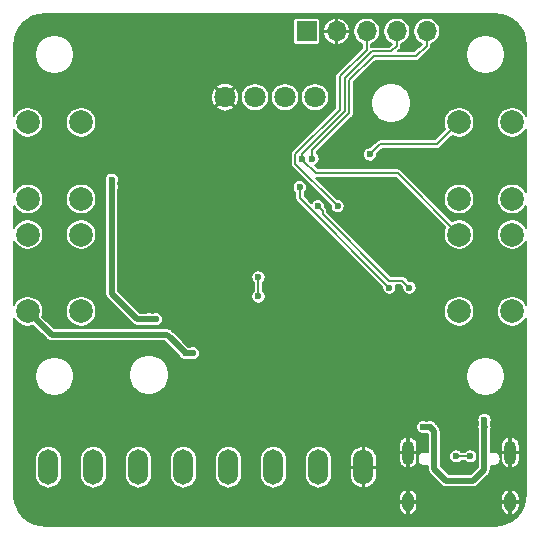
<source format=gbr>
%TF.GenerationSoftware,KiCad,Pcbnew,5.1.10*%
%TF.CreationDate,2021-05-04T11:05:08+02:00*%
%TF.ProjectId,Mainboard,4d61696e-626f-4617-9264-2e6b69636164,rev?*%
%TF.SameCoordinates,Original*%
%TF.FileFunction,Copper,L1,Top*%
%TF.FilePolarity,Positive*%
%FSLAX46Y46*%
G04 Gerber Fmt 4.6, Leading zero omitted, Abs format (unit mm)*
G04 Created by KiCad (PCBNEW 5.1.10) date 2021-05-04 11:05:08*
%MOMM*%
%LPD*%
G01*
G04 APERTURE LIST*
%TA.AperFunction,ComponentPad*%
%ADD10C,2.000000*%
%TD*%
%TA.AperFunction,ComponentPad*%
%ADD11O,1.700000X3.000000*%
%TD*%
%TA.AperFunction,ComponentPad*%
%ADD12O,1.700000X1.700000*%
%TD*%
%TA.AperFunction,ComponentPad*%
%ADD13R,1.700000X1.700000*%
%TD*%
%TA.AperFunction,ComponentPad*%
%ADD14O,1.000000X2.100000*%
%TD*%
%TA.AperFunction,ComponentPad*%
%ADD15O,1.000000X1.600000*%
%TD*%
%TA.AperFunction,ComponentPad*%
%ADD16C,1.800000*%
%TD*%
%TA.AperFunction,ViaPad*%
%ADD17C,0.600000*%
%TD*%
%TA.AperFunction,Conductor*%
%ADD18C,0.500000*%
%TD*%
%TA.AperFunction,Conductor*%
%ADD19C,0.200000*%
%TD*%
%TA.AperFunction,Conductor*%
%ADD20C,0.100000*%
%TD*%
G04 APERTURE END LIST*
D10*
%TO.P,SW4,1*%
%TO.N,/3V3*%
X20500000Y-3500000D03*
%TO.P,SW4,2*%
%TO.N,/BTN_BACK*%
X16000000Y-3500000D03*
%TO.P,SW4,1*%
%TO.N,/3V3*%
X20500000Y3000000D03*
%TO.P,SW4,2*%
%TO.N,/BTN_BACK*%
X16000000Y3000000D03*
%TD*%
%TO.P,SW3,1*%
%TO.N,/BTN_OK*%
X16000000Y12500000D03*
%TO.P,SW3,2*%
%TO.N,/3V3*%
X20500000Y12500000D03*
%TO.P,SW3,1*%
%TO.N,/BTN_OK*%
X16000000Y6000000D03*
%TO.P,SW3,2*%
%TO.N,/3V3*%
X20500000Y6000000D03*
%TD*%
%TO.P,SW2,1*%
%TO.N,/BTN_DOWN*%
X-16000000Y-3500000D03*
%TO.P,SW2,2*%
%TO.N,/3V3*%
X-20500000Y-3500000D03*
%TO.P,SW2,1*%
%TO.N,/BTN_DOWN*%
X-16000000Y3000000D03*
%TO.P,SW2,2*%
%TO.N,/3V3*%
X-20500000Y3000000D03*
%TD*%
%TO.P,SW1,1*%
%TO.N,/3V3*%
X-20500000Y12500000D03*
%TO.P,SW1,2*%
%TO.N,/BTN_UP*%
X-16000000Y12500000D03*
%TO.P,SW1,1*%
%TO.N,/3V3*%
X-20500000Y6000000D03*
%TO.P,SW1,2*%
%TO.N,/BTN_UP*%
X-16000000Y6000000D03*
%TD*%
D11*
%TO.P,J6,2*%
%TO.N,/5V*%
X-18765000Y-16700000D03*
%TO.P,J6,1*%
%TO.N,/OUT_FAN-*%
X-14955000Y-16700000D03*
%TD*%
%TO.P,J5,2*%
%TO.N,/5V*%
X-11145000Y-16700000D03*
%TO.P,J5,1*%
%TO.N,/OUT_SSR-*%
X-7335000Y-16700000D03*
%TD*%
%TO.P,J4,2*%
%TO.N,/T+*%
X-3525000Y-16700000D03*
%TO.P,J4,1*%
%TO.N,/T-*%
X285000Y-16700000D03*
%TD*%
D12*
%TO.P,J3,5*%
%TO.N,/SWDIO*%
X13260000Y20200000D03*
%TO.P,J3,4*%
%TO.N,/BTN_BACK*%
X10720000Y20200000D03*
%TO.P,J3,3*%
%TO.N,/NRST*%
X8180000Y20200000D03*
%TO.P,J3,2*%
%TO.N,GND*%
X5640000Y20200000D03*
D13*
%TO.P,J3,1*%
%TO.N,/3V3*%
X3100000Y20200000D03*
%TD*%
D14*
%TO.P,J2,S1*%
%TO.N,GND*%
X11680000Y-15470000D03*
X20320000Y-15470000D03*
D15*
X20320000Y-19650000D03*
X11680000Y-19650000D03*
%TD*%
D11*
%TO.P,J1,2*%
%TO.N,/VIN*%
X4095000Y-16700000D03*
%TO.P,J1,1*%
%TO.N,GND*%
X7905000Y-16700000D03*
%TD*%
D16*
%TO.P,DS1,1*%
%TO.N,GND*%
X-3810000Y14620000D03*
%TO.P,DS1,2*%
%TO.N,/3V3*%
X-1270000Y14620000D03*
%TO.P,DS1,3*%
%TO.N,/I2C_SCL*%
X1270000Y14620000D03*
%TO.P,DS1,4*%
%TO.N,/I2C_SDA*%
X3810000Y14620000D03*
%TD*%
D17*
%TO.N,GND*%
X10000000Y5500000D03*
X10000000Y6100000D03*
X18350000Y800000D03*
X18350000Y10300000D03*
X-18350000Y10300000D03*
X-18350000Y800000D03*
X7850000Y-11750000D03*
X10700000Y-7800000D03*
X20750000Y-13500000D03*
X250000Y-8300000D03*
X6550000Y-3500000D03*
X-5750000Y4500000D03*
X-5650000Y2700000D03*
X-6350000Y1950000D03*
X-9650000Y4500000D03*
X-9550000Y2700000D03*
X-10250000Y1950000D03*
X-5300000Y-11900000D03*
X-6600000Y9550000D03*
X-7350000Y10250000D03*
X-4800000Y9650000D03*
X13600000Y-8350000D03*
X6100000Y-6200000D03*
X6100000Y-800000D03*
X11700000Y6100000D03*
X11700000Y5500000D03*
X20500000Y20500000D03*
X15500000Y20500000D03*
X-2000000Y20500000D03*
X-9500000Y20500000D03*
X-19500000Y20500000D03*
X-19500000Y15500000D03*
X-12000000Y15500000D03*
X13000000Y15500000D03*
X20500000Y15500000D03*
X-2000000Y10500000D03*
X-12000000Y10500000D03*
X-19500000Y8000000D03*
X-19500000Y-7000000D03*
X-19500000Y-12000000D03*
X-19500000Y-19500000D03*
X20500000Y-7000000D03*
X7000000Y11000000D03*
X10000000Y9000000D03*
X1500000Y8000000D03*
X1000000Y6200000D03*
X1800000Y4200000D03*
X5000000Y9000000D03*
X9000000Y2000000D03*
X13000000Y2200000D03*
X21400000Y9400000D03*
X21400000Y-400000D03*
X-21400000Y9200000D03*
X-21400000Y-200000D03*
X-10600000Y-20600000D03*
X-10400000Y-12400000D03*
X-6600000Y-13400000D03*
X-3400000Y1600000D03*
X-5000000Y-1800000D03*
%TO.N,/5V*%
X-9675000Y-4175000D03*
X-10275000Y-4175000D03*
X-13400000Y7650000D03*
X-13400000Y7050000D03*
%TO.N,/3V3*%
X-7150000Y-7050000D03*
X-6550000Y-7050000D03*
%TO.N,/VUSB*%
X18150000Y-13300000D03*
X18150000Y-12700000D03*
X13550000Y-13300000D03*
X12950000Y-13300000D03*
%TO.N,/USB_DM*%
X15750000Y-15780002D03*
X16950001Y-15780002D03*
%TO.N,/SWDIO*%
X3590000Y9430000D03*
%TO.N,/BTN_BACK*%
X2740000Y9430000D03*
%TO.N,/NRST*%
X5720000Y5400000D03*
%TO.N,/BTN_OK*%
X8460000Y9780000D03*
%TO.N,/MCU_TXD*%
X11800000Y-1500000D03*
X4049265Y5399265D03*
%TO.N,/MCU_RXD*%
X10100000Y-1500000D03*
X2510000Y7000000D03*
%TO.N,/SPI_MISO*%
X-985000Y-2245000D03*
X-985000Y-630000D03*
%TD*%
D18*
%TO.N,/5V*%
X-9675000Y-4175000D02*
X-11225000Y-4175000D01*
X-13400000Y-2000000D02*
X-11225000Y-4175000D01*
X-13400000Y7650000D02*
X-13400000Y-2000000D01*
%TO.N,/3V3*%
X-6550000Y-7050000D02*
X-7150000Y-7050000D01*
X-20500000Y-3500000D02*
X-18500000Y-5500000D01*
X-8700000Y-5500000D02*
X-8425000Y-5775000D01*
X-18500000Y-5500000D02*
X-8700000Y-5500000D01*
X-7150000Y-7050000D02*
X-8425000Y-5775000D01*
%TO.N,/VUSB*%
X18150000Y-13250000D02*
X18200000Y-13300000D01*
X18150000Y-12700000D02*
X18150000Y-13250000D01*
X18150000Y-14300000D02*
X18150000Y-12700000D01*
X18114999Y-14335001D02*
X18150000Y-14300000D01*
X18114999Y-16935001D02*
X18114999Y-14335001D01*
X17200000Y-17850000D02*
X18114999Y-16935001D01*
X14900000Y-17850000D02*
X17200000Y-17850000D01*
X13885001Y-16835001D02*
X14900000Y-17850000D01*
X13885001Y-13635001D02*
X13885001Y-16835001D01*
X13550000Y-13300000D02*
X13885001Y-13635001D01*
X12950000Y-13300000D02*
X13550000Y-13300000D01*
D19*
%TO.N,/USB_DM*%
X16950001Y-15780002D02*
X15750000Y-15780002D01*
%TO.N,/SWDIO*%
X13260000Y18980000D02*
X13260000Y20200000D01*
X12389990Y18109990D02*
X13260000Y18980000D01*
X8759989Y18109990D02*
X12389990Y18109990D01*
X6710000Y16060000D02*
X8759989Y18109990D01*
X3590000Y10130000D02*
X6710000Y13250000D01*
X6710000Y13250000D02*
X6710000Y16060000D01*
X3590000Y9430000D02*
X3590000Y10130000D01*
%TO.N,/BTN_BACK*%
X2740000Y9845698D02*
X2740000Y9430000D01*
X6309990Y13415688D02*
X2740000Y9845698D01*
X6309990Y15200010D02*
X6309990Y13415688D01*
X3251853Y8829999D02*
X2740000Y9341852D01*
X6309990Y15875689D02*
X6309990Y15429990D01*
X6309990Y15429990D02*
X6309990Y15200010D01*
X8594302Y18510000D02*
X10260000Y18510000D01*
X6734302Y16650000D02*
X7712150Y17627850D01*
X10720000Y18970000D02*
X10720000Y20200000D01*
X6309990Y16225689D02*
X6734302Y16650000D01*
X10260000Y18510000D02*
X10720000Y18970000D01*
X7712150Y17627850D02*
X8594302Y18510000D01*
X6309990Y15429990D02*
X6309990Y16225689D01*
X3886852Y8195000D02*
X2740000Y9341852D01*
X10805000Y8195000D02*
X3886852Y8195000D01*
X16000000Y3000000D02*
X10805000Y8195000D01*
X2740000Y9341852D02*
X2740000Y9430000D01*
%TO.N,/NRST*%
X8180000Y18661398D02*
X8180000Y20200000D01*
X5909980Y16391378D02*
X8180000Y18661398D01*
X5909980Y13581376D02*
X5909980Y16391378D01*
X2139999Y9811395D02*
X5909980Y13581376D01*
X2139999Y8980001D02*
X2139999Y9811395D01*
X5720000Y5400000D02*
X2139999Y8980001D01*
%TO.N,/BTN_OK*%
X8460000Y9780000D02*
X9350000Y10670000D01*
X14170000Y10670000D02*
X16000000Y12500000D01*
X9350000Y10670000D02*
X14170000Y10670000D01*
%TO.N,/MCU_TXD*%
X11800000Y-1500000D02*
X11199999Y-899999D01*
X11199999Y-899999D02*
X10065697Y-899999D01*
X4447849Y5000681D02*
X4447849Y4717849D01*
X4049265Y5399265D02*
X4447849Y5000681D01*
X10065697Y-899999D02*
X4447849Y4717849D01*
%TO.N,/MCU_RXD*%
X10100000Y-1500000D02*
X2540000Y6060000D01*
X2540000Y6970000D02*
X2510000Y7000000D01*
X2540000Y6060000D02*
X2540000Y6970000D01*
%TO.N,/SPI_MISO*%
X-985000Y-645000D02*
X-970000Y-630000D01*
X-985000Y-2245000D02*
X-985000Y-645000D01*
X-985000Y-630000D02*
X-985000Y-2245000D01*
%TD*%
%TO.N,GND*%
X19519275Y21622526D02*
X20018770Y21471719D01*
X20479459Y21226767D01*
X20883797Y20896998D01*
X21216384Y20494969D01*
X21464548Y20035999D01*
X21618837Y19537573D01*
X21674986Y19003343D01*
X21675000Y18999441D01*
X21675000Y13060363D01*
X21652045Y13115781D01*
X21509776Y13328702D01*
X21328702Y13509776D01*
X21115781Y13652045D01*
X20879196Y13750042D01*
X20628039Y13800000D01*
X20371961Y13800000D01*
X20120804Y13750042D01*
X19884219Y13652045D01*
X19671298Y13509776D01*
X19490224Y13328702D01*
X19347955Y13115781D01*
X19249958Y12879196D01*
X19200000Y12628039D01*
X19200000Y12371961D01*
X19249958Y12120804D01*
X19347955Y11884219D01*
X19490224Y11671298D01*
X19671298Y11490224D01*
X19884219Y11347955D01*
X20120804Y11249958D01*
X20371961Y11200000D01*
X20628039Y11200000D01*
X20879196Y11249958D01*
X21115781Y11347955D01*
X21328702Y11490224D01*
X21509776Y11671298D01*
X21652045Y11884219D01*
X21675000Y11939637D01*
X21675000Y6560363D01*
X21652045Y6615781D01*
X21509776Y6828702D01*
X21328702Y7009776D01*
X21115781Y7152045D01*
X20879196Y7250042D01*
X20628039Y7300000D01*
X20371961Y7300000D01*
X20120804Y7250042D01*
X19884219Y7152045D01*
X19671298Y7009776D01*
X19490224Y6828702D01*
X19347955Y6615781D01*
X19249958Y6379196D01*
X19200000Y6128039D01*
X19200000Y5871961D01*
X19249958Y5620804D01*
X19347955Y5384219D01*
X19490224Y5171298D01*
X19671298Y4990224D01*
X19884219Y4847955D01*
X20120804Y4749958D01*
X20371961Y4700000D01*
X20628039Y4700000D01*
X20879196Y4749958D01*
X21115781Y4847955D01*
X21328702Y4990224D01*
X21509776Y5171298D01*
X21652045Y5384219D01*
X21675000Y5439637D01*
X21675000Y3560363D01*
X21652045Y3615781D01*
X21509776Y3828702D01*
X21328702Y4009776D01*
X21115781Y4152045D01*
X20879196Y4250042D01*
X20628039Y4300000D01*
X20371961Y4300000D01*
X20120804Y4250042D01*
X19884219Y4152045D01*
X19671298Y4009776D01*
X19490224Y3828702D01*
X19347955Y3615781D01*
X19249958Y3379196D01*
X19200000Y3128039D01*
X19200000Y2871961D01*
X19249958Y2620804D01*
X19347955Y2384219D01*
X19490224Y2171298D01*
X19671298Y1990224D01*
X19884219Y1847955D01*
X20120804Y1749958D01*
X20371961Y1700000D01*
X20628039Y1700000D01*
X20879196Y1749958D01*
X21115781Y1847955D01*
X21328702Y1990224D01*
X21509776Y2171298D01*
X21652045Y2384219D01*
X21675000Y2439637D01*
X21675001Y-2939639D01*
X21652045Y-2884219D01*
X21509776Y-2671298D01*
X21328702Y-2490224D01*
X21115781Y-2347955D01*
X20879196Y-2249958D01*
X20628039Y-2200000D01*
X20371961Y-2200000D01*
X20120804Y-2249958D01*
X19884219Y-2347955D01*
X19671298Y-2490224D01*
X19490224Y-2671298D01*
X19347955Y-2884219D01*
X19249958Y-3120804D01*
X19200000Y-3371961D01*
X19200000Y-3628039D01*
X19249958Y-3879196D01*
X19347955Y-4115781D01*
X19490224Y-4328702D01*
X19671298Y-4509776D01*
X19884219Y-4652045D01*
X20120804Y-4750042D01*
X20371961Y-4800000D01*
X20628039Y-4800000D01*
X20879196Y-4750042D01*
X21115781Y-4652045D01*
X21328702Y-4509776D01*
X21509776Y-4328702D01*
X21652045Y-4115781D01*
X21675001Y-4060361D01*
X21675001Y-18984094D01*
X21622526Y-19519274D01*
X21471719Y-20018770D01*
X21226768Y-20479458D01*
X20896995Y-20883799D01*
X20494970Y-21216383D01*
X20035997Y-21464548D01*
X19537575Y-21618836D01*
X19003342Y-21674986D01*
X18999441Y-21675000D01*
X-18984104Y-21675000D01*
X-19519274Y-21622526D01*
X-20018770Y-21471719D01*
X-20479458Y-21226768D01*
X-20883799Y-20896995D01*
X-21216383Y-20494970D01*
X-21464548Y-20035997D01*
X-21568556Y-19700000D01*
X10880000Y-19700000D01*
X10880000Y-20000000D01*
X10905126Y-20155112D01*
X10960030Y-20302341D01*
X11042602Y-20436030D01*
X11149669Y-20551041D01*
X11277116Y-20642955D01*
X11420046Y-20708239D01*
X11505713Y-20730784D01*
X11630000Y-20673274D01*
X11630000Y-19700000D01*
X11730000Y-19700000D01*
X11730000Y-20673274D01*
X11854287Y-20730784D01*
X11939954Y-20708239D01*
X12082884Y-20642955D01*
X12210331Y-20551041D01*
X12317398Y-20436030D01*
X12399970Y-20302341D01*
X12454874Y-20155112D01*
X12480000Y-20000000D01*
X12480000Y-19700000D01*
X19520000Y-19700000D01*
X19520000Y-20000000D01*
X19545126Y-20155112D01*
X19600030Y-20302341D01*
X19682602Y-20436030D01*
X19789669Y-20551041D01*
X19917116Y-20642955D01*
X20060046Y-20708239D01*
X20145713Y-20730784D01*
X20270000Y-20673274D01*
X20270000Y-19700000D01*
X20370000Y-19700000D01*
X20370000Y-20673274D01*
X20494287Y-20730784D01*
X20579954Y-20708239D01*
X20722884Y-20642955D01*
X20850331Y-20551041D01*
X20957398Y-20436030D01*
X21039970Y-20302341D01*
X21094874Y-20155112D01*
X21120000Y-20000000D01*
X21120000Y-19700000D01*
X20370000Y-19700000D01*
X20270000Y-19700000D01*
X19520000Y-19700000D01*
X12480000Y-19700000D01*
X11730000Y-19700000D01*
X11630000Y-19700000D01*
X10880000Y-19700000D01*
X-21568556Y-19700000D01*
X-21618836Y-19537575D01*
X-21643806Y-19300000D01*
X10880000Y-19300000D01*
X10880000Y-19600000D01*
X11630000Y-19600000D01*
X11630000Y-18626726D01*
X11730000Y-18626726D01*
X11730000Y-19600000D01*
X12480000Y-19600000D01*
X12480000Y-19300000D01*
X19520000Y-19300000D01*
X19520000Y-19600000D01*
X20270000Y-19600000D01*
X20270000Y-18626726D01*
X20370000Y-18626726D01*
X20370000Y-19600000D01*
X21120000Y-19600000D01*
X21120000Y-19300000D01*
X21094874Y-19144888D01*
X21039970Y-18997659D01*
X20957398Y-18863970D01*
X20850331Y-18748959D01*
X20722884Y-18657045D01*
X20579954Y-18591761D01*
X20494287Y-18569216D01*
X20370000Y-18626726D01*
X20270000Y-18626726D01*
X20145713Y-18569216D01*
X20060046Y-18591761D01*
X19917116Y-18657045D01*
X19789669Y-18748959D01*
X19682602Y-18863970D01*
X19600030Y-18997659D01*
X19545126Y-19144888D01*
X19520000Y-19300000D01*
X12480000Y-19300000D01*
X12454874Y-19144888D01*
X12399970Y-18997659D01*
X12317398Y-18863970D01*
X12210331Y-18748959D01*
X12082884Y-18657045D01*
X11939954Y-18591761D01*
X11854287Y-18569216D01*
X11730000Y-18626726D01*
X11630000Y-18626726D01*
X11505713Y-18569216D01*
X11420046Y-18591761D01*
X11277116Y-18657045D01*
X11149669Y-18748959D01*
X11042602Y-18863970D01*
X10960030Y-18997659D01*
X10905126Y-19144888D01*
X10880000Y-19300000D01*
X-21643806Y-19300000D01*
X-21674986Y-19003342D01*
X-21675000Y-18999441D01*
X-21675000Y-15993509D01*
X-19915000Y-15993509D01*
X-19915000Y-17406492D01*
X-19898360Y-17575439D01*
X-19832602Y-17792215D01*
X-19725815Y-17991997D01*
X-19582106Y-18167107D01*
X-19406996Y-18310816D01*
X-19207214Y-18417602D01*
X-18990438Y-18483360D01*
X-18765000Y-18505564D01*
X-18539561Y-18483360D01*
X-18322785Y-18417602D01*
X-18123003Y-18310816D01*
X-17947893Y-18167107D01*
X-17804184Y-17991997D01*
X-17697398Y-17792215D01*
X-17631640Y-17575439D01*
X-17615000Y-17406492D01*
X-17615000Y-15993509D01*
X-16105000Y-15993509D01*
X-16105000Y-17406492D01*
X-16088360Y-17575439D01*
X-16022602Y-17792215D01*
X-15915815Y-17991997D01*
X-15772106Y-18167107D01*
X-15596996Y-18310816D01*
X-15397214Y-18417602D01*
X-15180438Y-18483360D01*
X-14955000Y-18505564D01*
X-14729561Y-18483360D01*
X-14512785Y-18417602D01*
X-14313003Y-18310816D01*
X-14137893Y-18167107D01*
X-13994184Y-17991997D01*
X-13887398Y-17792215D01*
X-13821640Y-17575439D01*
X-13805000Y-17406492D01*
X-13805000Y-15993509D01*
X-12295000Y-15993509D01*
X-12295000Y-17406492D01*
X-12278360Y-17575439D01*
X-12212602Y-17792215D01*
X-12105815Y-17991997D01*
X-11962106Y-18167107D01*
X-11786996Y-18310816D01*
X-11587214Y-18417602D01*
X-11370438Y-18483360D01*
X-11145000Y-18505564D01*
X-10919561Y-18483360D01*
X-10702785Y-18417602D01*
X-10503003Y-18310816D01*
X-10327893Y-18167107D01*
X-10184184Y-17991997D01*
X-10077398Y-17792215D01*
X-10011640Y-17575439D01*
X-9995000Y-17406492D01*
X-9995000Y-15993509D01*
X-8485000Y-15993509D01*
X-8485000Y-17406492D01*
X-8468360Y-17575439D01*
X-8402602Y-17792215D01*
X-8295815Y-17991997D01*
X-8152106Y-18167107D01*
X-7976996Y-18310816D01*
X-7777214Y-18417602D01*
X-7560438Y-18483360D01*
X-7335000Y-18505564D01*
X-7109561Y-18483360D01*
X-6892785Y-18417602D01*
X-6693003Y-18310816D01*
X-6517893Y-18167107D01*
X-6374184Y-17991997D01*
X-6267398Y-17792215D01*
X-6201640Y-17575439D01*
X-6185000Y-17406492D01*
X-6185000Y-15993509D01*
X-4675000Y-15993509D01*
X-4675000Y-17406492D01*
X-4658360Y-17575439D01*
X-4592602Y-17792215D01*
X-4485815Y-17991997D01*
X-4342106Y-18167107D01*
X-4166996Y-18310816D01*
X-3967214Y-18417602D01*
X-3750438Y-18483360D01*
X-3525000Y-18505564D01*
X-3299561Y-18483360D01*
X-3082785Y-18417602D01*
X-2883003Y-18310816D01*
X-2707893Y-18167107D01*
X-2564184Y-17991997D01*
X-2457398Y-17792215D01*
X-2391640Y-17575439D01*
X-2375000Y-17406492D01*
X-2375000Y-15993509D01*
X-865000Y-15993509D01*
X-865000Y-17406492D01*
X-848360Y-17575439D01*
X-782602Y-17792215D01*
X-675815Y-17991997D01*
X-532106Y-18167107D01*
X-356996Y-18310816D01*
X-157214Y-18417602D01*
X59562Y-18483360D01*
X285000Y-18505564D01*
X510439Y-18483360D01*
X727215Y-18417602D01*
X926997Y-18310816D01*
X1102107Y-18167107D01*
X1245816Y-17991997D01*
X1352602Y-17792215D01*
X1418360Y-17575439D01*
X1435000Y-17406492D01*
X1435000Y-15993509D01*
X2945000Y-15993509D01*
X2945000Y-17406492D01*
X2961640Y-17575439D01*
X3027398Y-17792215D01*
X3134185Y-17991997D01*
X3277894Y-18167107D01*
X3453004Y-18310816D01*
X3652786Y-18417602D01*
X3869562Y-18483360D01*
X4095000Y-18505564D01*
X4320439Y-18483360D01*
X4537215Y-18417602D01*
X4736997Y-18310816D01*
X4912107Y-18167107D01*
X5055816Y-17991997D01*
X5162602Y-17792215D01*
X5228360Y-17575439D01*
X5245000Y-17406492D01*
X5245000Y-16750000D01*
X6755000Y-16750000D01*
X6755000Y-17400000D01*
X6786851Y-17623393D01*
X6861672Y-17836280D01*
X6976588Y-18030479D01*
X7127182Y-18198528D01*
X7307667Y-18333969D01*
X7511107Y-18431596D01*
X7675886Y-18476946D01*
X7855000Y-18423837D01*
X7855000Y-16750000D01*
X7955000Y-16750000D01*
X7955000Y-18423837D01*
X8134114Y-18476946D01*
X8298893Y-18431596D01*
X8502333Y-18333969D01*
X8682818Y-18198528D01*
X8833412Y-18030479D01*
X8948328Y-17836280D01*
X9023149Y-17623393D01*
X9055000Y-17400000D01*
X9055000Y-16750000D01*
X7955000Y-16750000D01*
X7855000Y-16750000D01*
X6755000Y-16750000D01*
X5245000Y-16750000D01*
X5245000Y-16000000D01*
X6755000Y-16000000D01*
X6755000Y-16650000D01*
X7855000Y-16650000D01*
X7855000Y-14976163D01*
X7955000Y-14976163D01*
X7955000Y-16650000D01*
X9055000Y-16650000D01*
X9055000Y-16000000D01*
X9023149Y-15776607D01*
X8948328Y-15563720D01*
X8922457Y-15520000D01*
X10880000Y-15520000D01*
X10880000Y-16070000D01*
X10905126Y-16225112D01*
X10960030Y-16372341D01*
X11042602Y-16506030D01*
X11149669Y-16621041D01*
X11277116Y-16712955D01*
X11420046Y-16778239D01*
X11505713Y-16800784D01*
X11630000Y-16743274D01*
X11630000Y-15520000D01*
X11730000Y-15520000D01*
X11730000Y-16743274D01*
X11854287Y-16800784D01*
X11939954Y-16778239D01*
X12082884Y-16712955D01*
X12210331Y-16621041D01*
X12317398Y-16506030D01*
X12399970Y-16372341D01*
X12454874Y-16225112D01*
X12480000Y-16070000D01*
X12480000Y-15520000D01*
X11730000Y-15520000D01*
X11630000Y-15520000D01*
X10880000Y-15520000D01*
X8922457Y-15520000D01*
X8833412Y-15369521D01*
X8682818Y-15201472D01*
X8502333Y-15066031D01*
X8298893Y-14968404D01*
X8134114Y-14923054D01*
X7955000Y-14976163D01*
X7855000Y-14976163D01*
X7675886Y-14923054D01*
X7511107Y-14968404D01*
X7307667Y-15066031D01*
X7127182Y-15201472D01*
X6976588Y-15369521D01*
X6861672Y-15563720D01*
X6786851Y-15776607D01*
X6755000Y-16000000D01*
X5245000Y-16000000D01*
X5245000Y-15993508D01*
X5228360Y-15824561D01*
X5162602Y-15607785D01*
X5055816Y-15408003D01*
X4912107Y-15232893D01*
X4736996Y-15089184D01*
X4537214Y-14982398D01*
X4320438Y-14916640D01*
X4095000Y-14894436D01*
X3869561Y-14916640D01*
X3652785Y-14982398D01*
X3453003Y-15089184D01*
X3277893Y-15232893D01*
X3134184Y-15408004D01*
X3027398Y-15607786D01*
X2961640Y-15824562D01*
X2945000Y-15993509D01*
X1435000Y-15993509D01*
X1435000Y-15993508D01*
X1418360Y-15824561D01*
X1352602Y-15607785D01*
X1245816Y-15408003D01*
X1102107Y-15232893D01*
X926996Y-15089184D01*
X727214Y-14982398D01*
X510438Y-14916640D01*
X285000Y-14894436D01*
X59561Y-14916640D01*
X-157215Y-14982398D01*
X-356997Y-15089184D01*
X-532107Y-15232893D01*
X-675816Y-15408004D01*
X-782602Y-15607786D01*
X-848360Y-15824562D01*
X-865000Y-15993509D01*
X-2375000Y-15993509D01*
X-2375000Y-15993508D01*
X-2391640Y-15824561D01*
X-2457398Y-15607785D01*
X-2564184Y-15408003D01*
X-2707893Y-15232893D01*
X-2883004Y-15089184D01*
X-3082786Y-14982398D01*
X-3299562Y-14916640D01*
X-3525000Y-14894436D01*
X-3750439Y-14916640D01*
X-3967215Y-14982398D01*
X-4166997Y-15089184D01*
X-4342107Y-15232893D01*
X-4485816Y-15408004D01*
X-4592602Y-15607786D01*
X-4658360Y-15824562D01*
X-4675000Y-15993509D01*
X-6185000Y-15993509D01*
X-6185000Y-15993508D01*
X-6201640Y-15824561D01*
X-6267398Y-15607785D01*
X-6374184Y-15408003D01*
X-6517893Y-15232893D01*
X-6693004Y-15089184D01*
X-6892786Y-14982398D01*
X-7109562Y-14916640D01*
X-7335000Y-14894436D01*
X-7560439Y-14916640D01*
X-7777215Y-14982398D01*
X-7976997Y-15089184D01*
X-8152107Y-15232893D01*
X-8295816Y-15408004D01*
X-8402602Y-15607786D01*
X-8468360Y-15824562D01*
X-8485000Y-15993509D01*
X-9995000Y-15993509D01*
X-9995000Y-15993508D01*
X-10011640Y-15824561D01*
X-10077398Y-15607785D01*
X-10184184Y-15408003D01*
X-10327893Y-15232893D01*
X-10503004Y-15089184D01*
X-10702786Y-14982398D01*
X-10919562Y-14916640D01*
X-11145000Y-14894436D01*
X-11370439Y-14916640D01*
X-11587215Y-14982398D01*
X-11786997Y-15089184D01*
X-11962107Y-15232893D01*
X-12105816Y-15408004D01*
X-12212602Y-15607786D01*
X-12278360Y-15824562D01*
X-12295000Y-15993509D01*
X-13805000Y-15993509D01*
X-13805000Y-15993508D01*
X-13821640Y-15824561D01*
X-13887398Y-15607785D01*
X-13994184Y-15408003D01*
X-14137893Y-15232893D01*
X-14313004Y-15089184D01*
X-14512786Y-14982398D01*
X-14729562Y-14916640D01*
X-14955000Y-14894436D01*
X-15180439Y-14916640D01*
X-15397215Y-14982398D01*
X-15596997Y-15089184D01*
X-15772107Y-15232893D01*
X-15915816Y-15408004D01*
X-16022602Y-15607786D01*
X-16088360Y-15824562D01*
X-16105000Y-15993509D01*
X-17615000Y-15993509D01*
X-17615000Y-15993508D01*
X-17631640Y-15824561D01*
X-17697398Y-15607785D01*
X-17804184Y-15408003D01*
X-17947893Y-15232893D01*
X-18123004Y-15089184D01*
X-18322786Y-14982398D01*
X-18539562Y-14916640D01*
X-18765000Y-14894436D01*
X-18990439Y-14916640D01*
X-19207215Y-14982398D01*
X-19406997Y-15089184D01*
X-19582107Y-15232893D01*
X-19725816Y-15408004D01*
X-19832602Y-15607786D01*
X-19898360Y-15824562D01*
X-19915000Y-15993509D01*
X-21675000Y-15993509D01*
X-21675000Y-14870000D01*
X10880000Y-14870000D01*
X10880000Y-15420000D01*
X11630000Y-15420000D01*
X11630000Y-14196726D01*
X11730000Y-14196726D01*
X11730000Y-15420000D01*
X12480000Y-15420000D01*
X12480000Y-14870000D01*
X12454874Y-14714888D01*
X12399970Y-14567659D01*
X12317398Y-14433970D01*
X12210331Y-14318959D01*
X12082884Y-14227045D01*
X11939954Y-14161761D01*
X11854287Y-14139216D01*
X11730000Y-14196726D01*
X11630000Y-14196726D01*
X11505713Y-14139216D01*
X11420046Y-14161761D01*
X11277116Y-14227045D01*
X11149669Y-14318959D01*
X11042602Y-14433970D01*
X10960030Y-14567659D01*
X10905126Y-14714888D01*
X10880000Y-14870000D01*
X-21675000Y-14870000D01*
X-21675000Y-13240905D01*
X12350000Y-13240905D01*
X12350000Y-13359095D01*
X12373058Y-13475014D01*
X12418287Y-13584207D01*
X12483950Y-13682478D01*
X12567522Y-13766050D01*
X12665793Y-13831713D01*
X12774986Y-13876942D01*
X12890905Y-13900000D01*
X13009095Y-13900000D01*
X13125014Y-13876942D01*
X13190058Y-13850000D01*
X13309942Y-13850000D01*
X13330839Y-13858656D01*
X13335001Y-13862818D01*
X13335002Y-15416704D01*
X13292306Y-15399019D01*
X13171557Y-15375000D01*
X13048443Y-15375000D01*
X12927694Y-15399019D01*
X12813952Y-15446132D01*
X12711586Y-15514531D01*
X12624531Y-15601586D01*
X12556132Y-15703952D01*
X12509019Y-15817694D01*
X12485000Y-15938443D01*
X12485000Y-16061557D01*
X12509019Y-16182306D01*
X12556132Y-16296048D01*
X12624531Y-16398414D01*
X12711586Y-16485469D01*
X12813952Y-16553868D01*
X12927694Y-16600981D01*
X13048443Y-16625000D01*
X13171557Y-16625000D01*
X13292306Y-16600981D01*
X13335002Y-16583296D01*
X13335002Y-16807983D01*
X13332341Y-16835001D01*
X13342960Y-16942819D01*
X13374410Y-17046495D01*
X13425480Y-17142043D01*
X13476988Y-17204805D01*
X13476994Y-17204811D01*
X13494212Y-17225791D01*
X13515192Y-17243009D01*
X14491992Y-18219810D01*
X14509210Y-18240790D01*
X14530190Y-18258008D01*
X14530195Y-18258013D01*
X14582097Y-18300607D01*
X14592958Y-18309521D01*
X14688506Y-18360592D01*
X14792181Y-18392042D01*
X14872982Y-18400000D01*
X14872991Y-18400000D01*
X14899999Y-18402660D01*
X14927007Y-18400000D01*
X17172992Y-18400000D01*
X17200000Y-18402660D01*
X17227008Y-18400000D01*
X17227018Y-18400000D01*
X17307819Y-18392042D01*
X17411494Y-18360592D01*
X17507042Y-18309521D01*
X17590790Y-18240790D01*
X17608013Y-18219804D01*
X18484809Y-17343009D01*
X18505789Y-17325791D01*
X18523007Y-17304811D01*
X18523012Y-17304806D01*
X18574520Y-17242044D01*
X18625590Y-17146496D01*
X18625591Y-17146495D01*
X18657041Y-17042820D01*
X18664999Y-16962019D01*
X18664999Y-16962009D01*
X18667659Y-16935001D01*
X18664999Y-16907993D01*
X18664999Y-16583296D01*
X18707694Y-16600981D01*
X18828443Y-16625000D01*
X18951557Y-16625000D01*
X19072306Y-16600981D01*
X19186048Y-16553868D01*
X19288414Y-16485469D01*
X19375469Y-16398414D01*
X19443868Y-16296048D01*
X19490981Y-16182306D01*
X19515000Y-16061557D01*
X19515000Y-15938443D01*
X19490981Y-15817694D01*
X19443868Y-15703952D01*
X19375469Y-15601586D01*
X19293883Y-15520000D01*
X19520000Y-15520000D01*
X19520000Y-16070000D01*
X19545126Y-16225112D01*
X19600030Y-16372341D01*
X19682602Y-16506030D01*
X19789669Y-16621041D01*
X19917116Y-16712955D01*
X20060046Y-16778239D01*
X20145713Y-16800784D01*
X20270000Y-16743274D01*
X20270000Y-15520000D01*
X20370000Y-15520000D01*
X20370000Y-16743274D01*
X20494287Y-16800784D01*
X20579954Y-16778239D01*
X20722884Y-16712955D01*
X20850331Y-16621041D01*
X20957398Y-16506030D01*
X21039970Y-16372341D01*
X21094874Y-16225112D01*
X21120000Y-16070000D01*
X21120000Y-15520000D01*
X20370000Y-15520000D01*
X20270000Y-15520000D01*
X19520000Y-15520000D01*
X19293883Y-15520000D01*
X19288414Y-15514531D01*
X19186048Y-15446132D01*
X19072306Y-15399019D01*
X18951557Y-15375000D01*
X18828443Y-15375000D01*
X18707694Y-15399019D01*
X18664999Y-15416704D01*
X18664999Y-14870000D01*
X19520000Y-14870000D01*
X19520000Y-15420000D01*
X20270000Y-15420000D01*
X20270000Y-14196726D01*
X20370000Y-14196726D01*
X20370000Y-15420000D01*
X21120000Y-15420000D01*
X21120000Y-14870000D01*
X21094874Y-14714888D01*
X21039970Y-14567659D01*
X20957398Y-14433970D01*
X20850331Y-14318959D01*
X20722884Y-14227045D01*
X20579954Y-14161761D01*
X20494287Y-14139216D01*
X20370000Y-14196726D01*
X20270000Y-14196726D01*
X20145713Y-14139216D01*
X20060046Y-14161761D01*
X19917116Y-14227045D01*
X19789669Y-14318959D01*
X19682602Y-14433970D01*
X19600030Y-14567659D01*
X19545126Y-14714888D01*
X19520000Y-14870000D01*
X18664999Y-14870000D01*
X18664999Y-14496966D01*
X18692042Y-14407819D01*
X18700000Y-14327018D01*
X18700000Y-14327008D01*
X18702660Y-14300000D01*
X18700000Y-14272992D01*
X18700000Y-13540058D01*
X18726942Y-13475014D01*
X18737006Y-13424422D01*
X18742042Y-13407819D01*
X18743742Y-13390555D01*
X18750000Y-13359095D01*
X18750000Y-13327011D01*
X18752660Y-13300000D01*
X18750000Y-13272990D01*
X18750000Y-13240905D01*
X18743742Y-13209444D01*
X18742042Y-13192182D01*
X18737006Y-13175581D01*
X18726942Y-13124986D01*
X18700000Y-13059942D01*
X18700000Y-12940058D01*
X18726942Y-12875014D01*
X18750000Y-12759095D01*
X18750000Y-12640905D01*
X18726942Y-12524986D01*
X18681713Y-12415793D01*
X18616050Y-12317522D01*
X18532478Y-12233950D01*
X18434207Y-12168287D01*
X18325014Y-12123058D01*
X18209095Y-12100000D01*
X18090905Y-12100000D01*
X17974986Y-12123058D01*
X17865793Y-12168287D01*
X17767522Y-12233950D01*
X17683950Y-12317522D01*
X17618287Y-12415793D01*
X17573058Y-12524986D01*
X17550000Y-12640905D01*
X17550000Y-12759095D01*
X17573058Y-12875014D01*
X17600000Y-12940058D01*
X17600000Y-13059942D01*
X17573058Y-13124986D01*
X17550000Y-13240905D01*
X17550000Y-13359095D01*
X17573058Y-13475014D01*
X17600000Y-13540059D01*
X17600000Y-14138038D01*
X17597709Y-14145592D01*
X17572958Y-14227183D01*
X17562339Y-14335001D01*
X17565000Y-14362019D01*
X17564999Y-16707183D01*
X16972183Y-17300000D01*
X15127818Y-17300000D01*
X14435001Y-16607184D01*
X14435001Y-15720907D01*
X15150000Y-15720907D01*
X15150000Y-15839097D01*
X15173058Y-15955016D01*
X15218287Y-16064209D01*
X15283950Y-16162480D01*
X15367522Y-16246052D01*
X15465793Y-16311715D01*
X15574986Y-16356944D01*
X15690905Y-16380002D01*
X15809095Y-16380002D01*
X15925014Y-16356944D01*
X16034207Y-16311715D01*
X16132478Y-16246052D01*
X16198528Y-16180002D01*
X16501473Y-16180002D01*
X16567523Y-16246052D01*
X16665794Y-16311715D01*
X16774987Y-16356944D01*
X16890906Y-16380002D01*
X17009096Y-16380002D01*
X17125015Y-16356944D01*
X17234208Y-16311715D01*
X17332479Y-16246052D01*
X17416051Y-16162480D01*
X17481714Y-16064209D01*
X17526943Y-15955016D01*
X17550001Y-15839097D01*
X17550001Y-15720907D01*
X17526943Y-15604988D01*
X17481714Y-15495795D01*
X17416051Y-15397524D01*
X17332479Y-15313952D01*
X17234208Y-15248289D01*
X17125015Y-15203060D01*
X17009096Y-15180002D01*
X16890906Y-15180002D01*
X16774987Y-15203060D01*
X16665794Y-15248289D01*
X16567523Y-15313952D01*
X16501473Y-15380002D01*
X16198528Y-15380002D01*
X16132478Y-15313952D01*
X16034207Y-15248289D01*
X15925014Y-15203060D01*
X15809095Y-15180002D01*
X15690905Y-15180002D01*
X15574986Y-15203060D01*
X15465793Y-15248289D01*
X15367522Y-15313952D01*
X15283950Y-15397524D01*
X15218287Y-15495795D01*
X15173058Y-15604988D01*
X15150000Y-15720907D01*
X14435001Y-15720907D01*
X14435001Y-13662009D01*
X14437661Y-13635001D01*
X14435001Y-13607993D01*
X14435001Y-13607983D01*
X14427043Y-13527182D01*
X14395593Y-13423507D01*
X14344522Y-13327959D01*
X14275791Y-13244211D01*
X14254805Y-13226988D01*
X14108656Y-13080839D01*
X14081713Y-13015793D01*
X14016050Y-12917522D01*
X13932478Y-12833950D01*
X13834207Y-12768287D01*
X13725014Y-12723058D01*
X13609095Y-12700000D01*
X13490905Y-12700000D01*
X13374986Y-12723058D01*
X13309942Y-12750000D01*
X13190058Y-12750000D01*
X13125014Y-12723058D01*
X13009095Y-12700000D01*
X12890905Y-12700000D01*
X12774986Y-12723058D01*
X12665793Y-12768287D01*
X12567522Y-12833950D01*
X12483950Y-12917522D01*
X12418287Y-13015793D01*
X12373058Y-13124986D01*
X12350000Y-13240905D01*
X-21675000Y-13240905D01*
X-21675000Y-8837489D01*
X-19900000Y-8837489D01*
X-19900000Y-9162511D01*
X-19836592Y-9481287D01*
X-19712211Y-9781568D01*
X-19531639Y-10051814D01*
X-19301814Y-10281639D01*
X-19031568Y-10462211D01*
X-18731287Y-10586592D01*
X-18412511Y-10650000D01*
X-18087489Y-10650000D01*
X-17768713Y-10586592D01*
X-17468432Y-10462211D01*
X-17198186Y-10281639D01*
X-16968361Y-10051814D01*
X-16787789Y-9781568D01*
X-16663408Y-9481287D01*
X-16600000Y-9162511D01*
X-16600000Y-8837489D01*
X-16624848Y-8712565D01*
X-11950000Y-8712565D01*
X-11950000Y-9047435D01*
X-11884670Y-9375872D01*
X-11756521Y-9685252D01*
X-11570477Y-9963687D01*
X-11333687Y-10200477D01*
X-11055252Y-10386521D01*
X-10745872Y-10514670D01*
X-10417435Y-10580000D01*
X-10082565Y-10580000D01*
X-9754128Y-10514670D01*
X-9444748Y-10386521D01*
X-9166313Y-10200477D01*
X-8929523Y-9963687D01*
X-8743479Y-9685252D01*
X-8615330Y-9375872D01*
X-8550000Y-9047435D01*
X-8550000Y-8837489D01*
X16600000Y-8837489D01*
X16600000Y-9162511D01*
X16663408Y-9481287D01*
X16787789Y-9781568D01*
X16968361Y-10051814D01*
X17198186Y-10281639D01*
X17468432Y-10462211D01*
X17768713Y-10586592D01*
X18087489Y-10650000D01*
X18412511Y-10650000D01*
X18731287Y-10586592D01*
X19031568Y-10462211D01*
X19301814Y-10281639D01*
X19531639Y-10051814D01*
X19712211Y-9781568D01*
X19836592Y-9481287D01*
X19900000Y-9162511D01*
X19900000Y-8837489D01*
X19836592Y-8518713D01*
X19712211Y-8218432D01*
X19531639Y-7948186D01*
X19301814Y-7718361D01*
X19031568Y-7537789D01*
X18731287Y-7413408D01*
X18412511Y-7350000D01*
X18087489Y-7350000D01*
X17768713Y-7413408D01*
X17468432Y-7537789D01*
X17198186Y-7718361D01*
X16968361Y-7948186D01*
X16787789Y-8218432D01*
X16663408Y-8518713D01*
X16600000Y-8837489D01*
X-8550000Y-8837489D01*
X-8550000Y-8712565D01*
X-8615330Y-8384128D01*
X-8743479Y-8074748D01*
X-8929523Y-7796313D01*
X-9166313Y-7559523D01*
X-9444748Y-7373479D01*
X-9754128Y-7245330D01*
X-10082565Y-7180000D01*
X-10417435Y-7180000D01*
X-10745872Y-7245330D01*
X-11055252Y-7373479D01*
X-11333687Y-7559523D01*
X-11570477Y-7796313D01*
X-11756521Y-8074748D01*
X-11884670Y-8384128D01*
X-11950000Y-8712565D01*
X-16624848Y-8712565D01*
X-16663408Y-8518713D01*
X-16787789Y-8218432D01*
X-16968361Y-7948186D01*
X-17198186Y-7718361D01*
X-17468432Y-7537789D01*
X-17768713Y-7413408D01*
X-18087489Y-7350000D01*
X-18412511Y-7350000D01*
X-18731287Y-7413408D01*
X-19031568Y-7537789D01*
X-19301814Y-7718361D01*
X-19531639Y-7948186D01*
X-19712211Y-8218432D01*
X-19836592Y-8518713D01*
X-19900000Y-8837489D01*
X-21675000Y-8837489D01*
X-21675000Y-4060363D01*
X-21652045Y-4115781D01*
X-21509776Y-4328702D01*
X-21328702Y-4509776D01*
X-21115781Y-4652045D01*
X-20879196Y-4750042D01*
X-20628039Y-4800000D01*
X-20371961Y-4800000D01*
X-20120804Y-4750042D01*
X-20055023Y-4722795D01*
X-18908008Y-5869810D01*
X-18890790Y-5890790D01*
X-18869810Y-5908008D01*
X-18869805Y-5908013D01*
X-18807043Y-5959521D01*
X-18756579Y-5986494D01*
X-18711494Y-6010592D01*
X-18607819Y-6042042D01*
X-18527018Y-6050000D01*
X-18527009Y-6050000D01*
X-18500001Y-6052660D01*
X-18472993Y-6050000D01*
X-8927816Y-6050000D01*
X-8833017Y-6144799D01*
X-8833013Y-6144804D01*
X-7708655Y-7269163D01*
X-7681713Y-7334207D01*
X-7616050Y-7432478D01*
X-7532478Y-7516050D01*
X-7434207Y-7581713D01*
X-7325014Y-7626942D01*
X-7209095Y-7650000D01*
X-7090905Y-7650000D01*
X-6974986Y-7626942D01*
X-6909942Y-7600000D01*
X-6790058Y-7600000D01*
X-6725014Y-7626942D01*
X-6609095Y-7650000D01*
X-6490905Y-7650000D01*
X-6374986Y-7626942D01*
X-6265793Y-7581713D01*
X-6167522Y-7516050D01*
X-6083950Y-7432478D01*
X-6018287Y-7334207D01*
X-5973058Y-7225014D01*
X-5950000Y-7109095D01*
X-5950000Y-6990905D01*
X-5973058Y-6874986D01*
X-6018287Y-6765793D01*
X-6083950Y-6667522D01*
X-6167522Y-6583950D01*
X-6265793Y-6518287D01*
X-6374986Y-6473058D01*
X-6490905Y-6450000D01*
X-6609095Y-6450000D01*
X-6725014Y-6473058D01*
X-6790058Y-6500000D01*
X-6909942Y-6500000D01*
X-6930837Y-6491345D01*
X-8055196Y-5366987D01*
X-8055201Y-5366983D01*
X-8291988Y-5130195D01*
X-8309210Y-5109210D01*
X-8392958Y-5040479D01*
X-8488506Y-4989408D01*
X-8592181Y-4957958D01*
X-8672982Y-4950000D01*
X-8672992Y-4950000D01*
X-8700000Y-4947340D01*
X-8727008Y-4950000D01*
X-18272182Y-4950000D01*
X-19277205Y-3944977D01*
X-19249958Y-3879196D01*
X-19200000Y-3628039D01*
X-19200000Y-3371961D01*
X-17300000Y-3371961D01*
X-17300000Y-3628039D01*
X-17250042Y-3879196D01*
X-17152045Y-4115781D01*
X-17009776Y-4328702D01*
X-16828702Y-4509776D01*
X-16615781Y-4652045D01*
X-16379196Y-4750042D01*
X-16128039Y-4800000D01*
X-15871961Y-4800000D01*
X-15620804Y-4750042D01*
X-15384219Y-4652045D01*
X-15171298Y-4509776D01*
X-14990224Y-4328702D01*
X-14847955Y-4115781D01*
X-14749958Y-3879196D01*
X-14700000Y-3628039D01*
X-14700000Y-3371961D01*
X-14749958Y-3120804D01*
X-14847955Y-2884219D01*
X-14990224Y-2671298D01*
X-15171298Y-2490224D01*
X-15384219Y-2347955D01*
X-15620804Y-2249958D01*
X-15871961Y-2200000D01*
X-16128039Y-2200000D01*
X-16379196Y-2249958D01*
X-16615781Y-2347955D01*
X-16828702Y-2490224D01*
X-17009776Y-2671298D01*
X-17152045Y-2884219D01*
X-17250042Y-3120804D01*
X-17300000Y-3371961D01*
X-19200000Y-3371961D01*
X-19249958Y-3120804D01*
X-19347955Y-2884219D01*
X-19490224Y-2671298D01*
X-19671298Y-2490224D01*
X-19884219Y-2347955D01*
X-20120804Y-2249958D01*
X-20371961Y-2200000D01*
X-20628039Y-2200000D01*
X-20879196Y-2249958D01*
X-21115781Y-2347955D01*
X-21328702Y-2490224D01*
X-21509776Y-2671298D01*
X-21652045Y-2884219D01*
X-21675000Y-2939637D01*
X-21675000Y2439637D01*
X-21652045Y2384219D01*
X-21509776Y2171298D01*
X-21328702Y1990224D01*
X-21115781Y1847955D01*
X-20879196Y1749958D01*
X-20628039Y1700000D01*
X-20371961Y1700000D01*
X-20120804Y1749958D01*
X-19884219Y1847955D01*
X-19671298Y1990224D01*
X-19490224Y2171298D01*
X-19347955Y2384219D01*
X-19249958Y2620804D01*
X-19200000Y2871961D01*
X-19200000Y3128039D01*
X-17300000Y3128039D01*
X-17300000Y2871961D01*
X-17250042Y2620804D01*
X-17152045Y2384219D01*
X-17009776Y2171298D01*
X-16828702Y1990224D01*
X-16615781Y1847955D01*
X-16379196Y1749958D01*
X-16128039Y1700000D01*
X-15871961Y1700000D01*
X-15620804Y1749958D01*
X-15384219Y1847955D01*
X-15171298Y1990224D01*
X-14990224Y2171298D01*
X-14847955Y2384219D01*
X-14749958Y2620804D01*
X-14700000Y2871961D01*
X-14700000Y3128039D01*
X-14749958Y3379196D01*
X-14847955Y3615781D01*
X-14990224Y3828702D01*
X-15171298Y4009776D01*
X-15384219Y4152045D01*
X-15620804Y4250042D01*
X-15871961Y4300000D01*
X-16128039Y4300000D01*
X-16379196Y4250042D01*
X-16615781Y4152045D01*
X-16828702Y4009776D01*
X-17009776Y3828702D01*
X-17152045Y3615781D01*
X-17250042Y3379196D01*
X-17300000Y3128039D01*
X-19200000Y3128039D01*
X-19249958Y3379196D01*
X-19347955Y3615781D01*
X-19490224Y3828702D01*
X-19671298Y4009776D01*
X-19884219Y4152045D01*
X-20120804Y4250042D01*
X-20371961Y4300000D01*
X-20628039Y4300000D01*
X-20879196Y4250042D01*
X-21115781Y4152045D01*
X-21328702Y4009776D01*
X-21509776Y3828702D01*
X-21652045Y3615781D01*
X-21675000Y3560363D01*
X-21675000Y5439637D01*
X-21652045Y5384219D01*
X-21509776Y5171298D01*
X-21328702Y4990224D01*
X-21115781Y4847955D01*
X-20879196Y4749958D01*
X-20628039Y4700000D01*
X-20371961Y4700000D01*
X-20120804Y4749958D01*
X-19884219Y4847955D01*
X-19671298Y4990224D01*
X-19490224Y5171298D01*
X-19347955Y5384219D01*
X-19249958Y5620804D01*
X-19200000Y5871961D01*
X-19200000Y6128039D01*
X-17300000Y6128039D01*
X-17300000Y5871961D01*
X-17250042Y5620804D01*
X-17152045Y5384219D01*
X-17009776Y5171298D01*
X-16828702Y4990224D01*
X-16615781Y4847955D01*
X-16379196Y4749958D01*
X-16128039Y4700000D01*
X-15871961Y4700000D01*
X-15620804Y4749958D01*
X-15384219Y4847955D01*
X-15171298Y4990224D01*
X-14990224Y5171298D01*
X-14847955Y5384219D01*
X-14749958Y5620804D01*
X-14700000Y5871961D01*
X-14700000Y6128039D01*
X-14749958Y6379196D01*
X-14847955Y6615781D01*
X-14990224Y6828702D01*
X-15171298Y7009776D01*
X-15384219Y7152045D01*
X-15620804Y7250042D01*
X-15871961Y7300000D01*
X-16128039Y7300000D01*
X-16379196Y7250042D01*
X-16615781Y7152045D01*
X-16828702Y7009776D01*
X-17009776Y6828702D01*
X-17152045Y6615781D01*
X-17250042Y6379196D01*
X-17300000Y6128039D01*
X-19200000Y6128039D01*
X-19249958Y6379196D01*
X-19347955Y6615781D01*
X-19490224Y6828702D01*
X-19671298Y7009776D01*
X-19884219Y7152045D01*
X-20120804Y7250042D01*
X-20371961Y7300000D01*
X-20628039Y7300000D01*
X-20879196Y7250042D01*
X-21115781Y7152045D01*
X-21328702Y7009776D01*
X-21509776Y6828702D01*
X-21652045Y6615781D01*
X-21675000Y6560363D01*
X-21675000Y7709095D01*
X-14000000Y7709095D01*
X-14000000Y7590905D01*
X-13976942Y7474986D01*
X-13950000Y7409942D01*
X-13950000Y7290058D01*
X-13976942Y7225014D01*
X-14000000Y7109095D01*
X-14000000Y6990905D01*
X-13976942Y6874986D01*
X-13950000Y6809942D01*
X-13949999Y-1972982D01*
X-13952660Y-2000000D01*
X-13942041Y-2107818D01*
X-13910591Y-2211494D01*
X-13859521Y-2307042D01*
X-13808013Y-2369804D01*
X-13808007Y-2369810D01*
X-13790789Y-2390790D01*
X-13769809Y-2408008D01*
X-11633013Y-4544804D01*
X-11615790Y-4565790D01*
X-11532042Y-4634521D01*
X-11436494Y-4685592D01*
X-11332819Y-4717042D01*
X-11252018Y-4725000D01*
X-11252009Y-4725000D01*
X-11225001Y-4727660D01*
X-11197993Y-4725000D01*
X-10515058Y-4725000D01*
X-10450014Y-4751942D01*
X-10334095Y-4775000D01*
X-10215905Y-4775000D01*
X-10099986Y-4751942D01*
X-10034942Y-4725000D01*
X-9915058Y-4725000D01*
X-9850014Y-4751942D01*
X-9734095Y-4775000D01*
X-9615905Y-4775000D01*
X-9499986Y-4751942D01*
X-9390793Y-4706713D01*
X-9292522Y-4641050D01*
X-9208950Y-4557478D01*
X-9143287Y-4459207D01*
X-9098058Y-4350014D01*
X-9075000Y-4234095D01*
X-9075000Y-4115905D01*
X-9098058Y-3999986D01*
X-9143287Y-3890793D01*
X-9208950Y-3792522D01*
X-9292522Y-3708950D01*
X-9390793Y-3643287D01*
X-9499986Y-3598058D01*
X-9615905Y-3575000D01*
X-9734095Y-3575000D01*
X-9850014Y-3598058D01*
X-9915058Y-3625000D01*
X-10034942Y-3625000D01*
X-10099986Y-3598058D01*
X-10215905Y-3575000D01*
X-10334095Y-3575000D01*
X-10450014Y-3598058D01*
X-10515058Y-3625000D01*
X-10997183Y-3625000D01*
X-11250222Y-3371961D01*
X14700000Y-3371961D01*
X14700000Y-3628039D01*
X14749958Y-3879196D01*
X14847955Y-4115781D01*
X14990224Y-4328702D01*
X15171298Y-4509776D01*
X15384219Y-4652045D01*
X15620804Y-4750042D01*
X15871961Y-4800000D01*
X16128039Y-4800000D01*
X16379196Y-4750042D01*
X16615781Y-4652045D01*
X16828702Y-4509776D01*
X17009776Y-4328702D01*
X17152045Y-4115781D01*
X17250042Y-3879196D01*
X17300000Y-3628039D01*
X17300000Y-3371961D01*
X17250042Y-3120804D01*
X17152045Y-2884219D01*
X17009776Y-2671298D01*
X16828702Y-2490224D01*
X16615781Y-2347955D01*
X16379196Y-2249958D01*
X16128039Y-2200000D01*
X15871961Y-2200000D01*
X15620804Y-2249958D01*
X15384219Y-2347955D01*
X15171298Y-2490224D01*
X14990224Y-2671298D01*
X14847955Y-2884219D01*
X14749958Y-3120804D01*
X14700000Y-3371961D01*
X-11250222Y-3371961D01*
X-12850000Y-1772183D01*
X-12850000Y-570905D01*
X-1585000Y-570905D01*
X-1585000Y-689095D01*
X-1561942Y-805014D01*
X-1516713Y-914207D01*
X-1451050Y-1012478D01*
X-1385000Y-1078528D01*
X-1384999Y-1440905D01*
X-1385000Y-1796472D01*
X-1451050Y-1862522D01*
X-1516713Y-1960793D01*
X-1561942Y-2069986D01*
X-1585000Y-2185905D01*
X-1585000Y-2304095D01*
X-1561942Y-2420014D01*
X-1516713Y-2529207D01*
X-1451050Y-2627478D01*
X-1367478Y-2711050D01*
X-1269207Y-2776713D01*
X-1160014Y-2821942D01*
X-1044095Y-2845000D01*
X-925905Y-2845000D01*
X-809986Y-2821942D01*
X-700793Y-2776713D01*
X-602522Y-2711050D01*
X-518950Y-2627478D01*
X-453287Y-2529207D01*
X-408058Y-2420014D01*
X-385000Y-2304095D01*
X-385000Y-2185905D01*
X-408058Y-2069986D01*
X-453287Y-1960793D01*
X-518950Y-1862522D01*
X-585000Y-1796472D01*
X-585000Y-1078528D01*
X-518950Y-1012478D01*
X-453287Y-914207D01*
X-408058Y-805014D01*
X-385000Y-689095D01*
X-385000Y-570905D01*
X-408058Y-454986D01*
X-453287Y-345793D01*
X-518950Y-247522D01*
X-602522Y-163950D01*
X-700793Y-98287D01*
X-809986Y-53058D01*
X-925905Y-30000D01*
X-1044095Y-30000D01*
X-1160014Y-53058D01*
X-1269207Y-98287D01*
X-1367478Y-163950D01*
X-1451050Y-247522D01*
X-1516713Y-345793D01*
X-1561942Y-454986D01*
X-1585000Y-570905D01*
X-12850000Y-570905D01*
X-12850000Y6809942D01*
X-12823058Y6874986D01*
X-12800000Y6990905D01*
X-12800000Y7059095D01*
X1910000Y7059095D01*
X1910000Y6940905D01*
X1933058Y6824986D01*
X1978287Y6715793D01*
X2043950Y6617522D01*
X2127522Y6533950D01*
X2140001Y6525612D01*
X2140000Y6079647D01*
X2138065Y6060000D01*
X2140000Y6040354D01*
X2145788Y5981587D01*
X2168660Y5906187D01*
X2205803Y5836698D01*
X2255789Y5775789D01*
X2271052Y5763263D01*
X9500000Y-1465685D01*
X9500000Y-1559095D01*
X9523058Y-1675014D01*
X9568287Y-1784207D01*
X9633950Y-1882478D01*
X9717522Y-1966050D01*
X9815793Y-2031713D01*
X9924986Y-2076942D01*
X10040905Y-2100000D01*
X10159095Y-2100000D01*
X10275014Y-2076942D01*
X10384207Y-2031713D01*
X10482478Y-1966050D01*
X10566050Y-1882478D01*
X10631713Y-1784207D01*
X10676942Y-1675014D01*
X10700000Y-1559095D01*
X10700000Y-1440905D01*
X10676942Y-1324986D01*
X10666592Y-1299999D01*
X11034314Y-1299999D01*
X11200000Y-1465685D01*
X11200000Y-1559095D01*
X11223058Y-1675014D01*
X11268287Y-1784207D01*
X11333950Y-1882478D01*
X11417522Y-1966050D01*
X11515793Y-2031713D01*
X11624986Y-2076942D01*
X11740905Y-2100000D01*
X11859095Y-2100000D01*
X11975014Y-2076942D01*
X12084207Y-2031713D01*
X12182478Y-1966050D01*
X12266050Y-1882478D01*
X12331713Y-1784207D01*
X12376942Y-1675014D01*
X12400000Y-1559095D01*
X12400000Y-1440905D01*
X12376942Y-1324986D01*
X12331713Y-1215793D01*
X12266050Y-1117522D01*
X12182478Y-1033950D01*
X12084207Y-968287D01*
X11975014Y-923058D01*
X11859095Y-900000D01*
X11765685Y-900000D01*
X11496736Y-631051D01*
X11484210Y-615788D01*
X11423302Y-565802D01*
X11353813Y-528659D01*
X11278413Y-505787D01*
X11219646Y-499999D01*
X11219645Y-499999D01*
X11199999Y-498064D01*
X11180353Y-499999D01*
X10231383Y-499999D01*
X4847849Y4883534D01*
X4847849Y4981035D01*
X4849784Y5000681D01*
X4842061Y5079095D01*
X4819189Y5154496D01*
X4782046Y5223984D01*
X4744584Y5269632D01*
X4744582Y5269634D01*
X4732060Y5284892D01*
X4716803Y5297413D01*
X4649265Y5364951D01*
X4649265Y5458360D01*
X4626207Y5574279D01*
X4580978Y5683472D01*
X4515315Y5781743D01*
X4431743Y5865315D01*
X4333472Y5930978D01*
X4224279Y5976207D01*
X4108360Y5999265D01*
X3990170Y5999265D01*
X3874251Y5976207D01*
X3765058Y5930978D01*
X3666787Y5865315D01*
X3583215Y5781743D01*
X3517552Y5683472D01*
X3507201Y5658484D01*
X2940000Y6225685D01*
X2940000Y6581472D01*
X2976050Y6617522D01*
X3041713Y6715793D01*
X3086942Y6824986D01*
X3110000Y6940905D01*
X3110000Y7059095D01*
X3086942Y7175014D01*
X3041713Y7284207D01*
X2976050Y7382478D01*
X2892478Y7466050D01*
X2794207Y7531713D01*
X2685014Y7576942D01*
X2569095Y7600000D01*
X2450905Y7600000D01*
X2334986Y7576942D01*
X2225793Y7531713D01*
X2127522Y7466050D01*
X2043950Y7382478D01*
X1978287Y7284207D01*
X1933058Y7175014D01*
X1910000Y7059095D01*
X-12800000Y7059095D01*
X-12800000Y7109095D01*
X-12823058Y7225014D01*
X-12850000Y7290058D01*
X-12850000Y7409942D01*
X-12823058Y7474986D01*
X-12800000Y7590905D01*
X-12800000Y7709095D01*
X-12823058Y7825014D01*
X-12868287Y7934207D01*
X-12933950Y8032478D01*
X-13017522Y8116050D01*
X-13115793Y8181713D01*
X-13224986Y8226942D01*
X-13340905Y8250000D01*
X-13459095Y8250000D01*
X-13575014Y8226942D01*
X-13684207Y8181713D01*
X-13782478Y8116050D01*
X-13866050Y8032478D01*
X-13931713Y7934207D01*
X-13976942Y7825014D01*
X-14000000Y7709095D01*
X-21675000Y7709095D01*
X-21675000Y9811395D01*
X1738064Y9811395D01*
X1740000Y9791739D01*
X1739999Y8999648D01*
X1738064Y8980001D01*
X1739999Y8960355D01*
X1745787Y8901588D01*
X1768659Y8826188D01*
X1805802Y8756699D01*
X1855788Y8695790D01*
X1871051Y8683264D01*
X5120000Y5434314D01*
X5120000Y5340905D01*
X5143058Y5224986D01*
X5188287Y5115793D01*
X5253950Y5017522D01*
X5337522Y4933950D01*
X5435793Y4868287D01*
X5544986Y4823058D01*
X5660905Y4800000D01*
X5779095Y4800000D01*
X5895014Y4823058D01*
X6004207Y4868287D01*
X6102478Y4933950D01*
X6186050Y5017522D01*
X6251713Y5115793D01*
X6296942Y5224986D01*
X6320000Y5340905D01*
X6320000Y5459095D01*
X6296942Y5575014D01*
X6251713Y5684207D01*
X6186050Y5782478D01*
X6102478Y5866050D01*
X6004207Y5931713D01*
X5895014Y5976942D01*
X5779095Y6000000D01*
X5685686Y6000000D01*
X3892103Y7793582D01*
X3906499Y7795000D01*
X10639315Y7795000D01*
X14839338Y3594977D01*
X14749958Y3379196D01*
X14700000Y3128039D01*
X14700000Y2871961D01*
X14749958Y2620804D01*
X14847955Y2384219D01*
X14990224Y2171298D01*
X15171298Y1990224D01*
X15384219Y1847955D01*
X15620804Y1749958D01*
X15871961Y1700000D01*
X16128039Y1700000D01*
X16379196Y1749958D01*
X16615781Y1847955D01*
X16828702Y1990224D01*
X17009776Y2171298D01*
X17152045Y2384219D01*
X17250042Y2620804D01*
X17300000Y2871961D01*
X17300000Y3128039D01*
X17250042Y3379196D01*
X17152045Y3615781D01*
X17009776Y3828702D01*
X16828702Y4009776D01*
X16615781Y4152045D01*
X16379196Y4250042D01*
X16128039Y4300000D01*
X15871961Y4300000D01*
X15620804Y4250042D01*
X15405023Y4160662D01*
X13437646Y6128039D01*
X14700000Y6128039D01*
X14700000Y5871961D01*
X14749958Y5620804D01*
X14847955Y5384219D01*
X14990224Y5171298D01*
X15171298Y4990224D01*
X15384219Y4847955D01*
X15620804Y4749958D01*
X15871961Y4700000D01*
X16128039Y4700000D01*
X16379196Y4749958D01*
X16615781Y4847955D01*
X16828702Y4990224D01*
X17009776Y5171298D01*
X17152045Y5384219D01*
X17250042Y5620804D01*
X17300000Y5871961D01*
X17300000Y6128039D01*
X17250042Y6379196D01*
X17152045Y6615781D01*
X17009776Y6828702D01*
X16828702Y7009776D01*
X16615781Y7152045D01*
X16379196Y7250042D01*
X16128039Y7300000D01*
X15871961Y7300000D01*
X15620804Y7250042D01*
X15384219Y7152045D01*
X15171298Y7009776D01*
X14990224Y6828702D01*
X14847955Y6615781D01*
X14749958Y6379196D01*
X14700000Y6128039D01*
X13437646Y6128039D01*
X11101735Y8463950D01*
X11089211Y8479211D01*
X11028303Y8529197D01*
X10958814Y8566340D01*
X10883414Y8589212D01*
X10824647Y8595000D01*
X10824646Y8595000D01*
X10805000Y8596935D01*
X10785354Y8595000D01*
X4052537Y8595000D01*
X3785849Y8861688D01*
X3874207Y8898287D01*
X3972478Y8963950D01*
X4056050Y9047522D01*
X4121713Y9145793D01*
X4166942Y9254986D01*
X4190000Y9370905D01*
X4190000Y9489095D01*
X4166942Y9605014D01*
X4121713Y9714207D01*
X4056050Y9812478D01*
X4029433Y9839095D01*
X7860000Y9839095D01*
X7860000Y9720905D01*
X7883058Y9604986D01*
X7928287Y9495793D01*
X7993950Y9397522D01*
X8077522Y9313950D01*
X8175793Y9248287D01*
X8284986Y9203058D01*
X8400905Y9180000D01*
X8519095Y9180000D01*
X8635014Y9203058D01*
X8744207Y9248287D01*
X8842478Y9313950D01*
X8926050Y9397522D01*
X8991713Y9495793D01*
X9036942Y9604986D01*
X9060000Y9720905D01*
X9060000Y9814315D01*
X9515686Y10270000D01*
X14150354Y10270000D01*
X14170000Y10268065D01*
X14189646Y10270000D01*
X14189647Y10270000D01*
X14248414Y10275788D01*
X14323814Y10298660D01*
X14393303Y10335803D01*
X14454211Y10385789D01*
X14466737Y10401052D01*
X15405023Y11339338D01*
X15620804Y11249958D01*
X15871961Y11200000D01*
X16128039Y11200000D01*
X16379196Y11249958D01*
X16615781Y11347955D01*
X16828702Y11490224D01*
X17009776Y11671298D01*
X17152045Y11884219D01*
X17250042Y12120804D01*
X17300000Y12371961D01*
X17300000Y12628039D01*
X17250042Y12879196D01*
X17152045Y13115781D01*
X17009776Y13328702D01*
X16828702Y13509776D01*
X16615781Y13652045D01*
X16379196Y13750042D01*
X16128039Y13800000D01*
X15871961Y13800000D01*
X15620804Y13750042D01*
X15384219Y13652045D01*
X15171298Y13509776D01*
X14990224Y13328702D01*
X14847955Y13115781D01*
X14749958Y12879196D01*
X14700000Y12628039D01*
X14700000Y12371961D01*
X14749958Y12120804D01*
X14839338Y11905023D01*
X14004315Y11070000D01*
X9369643Y11070000D01*
X9349999Y11071935D01*
X9330355Y11070000D01*
X9330353Y11070000D01*
X9271586Y11064212D01*
X9196186Y11041340D01*
X9126697Y11004197D01*
X9094495Y10977769D01*
X9081049Y10966735D01*
X9081047Y10966733D01*
X9065789Y10954211D01*
X9053267Y10938953D01*
X8494315Y10380000D01*
X8400905Y10380000D01*
X8284986Y10356942D01*
X8175793Y10311713D01*
X8077522Y10246050D01*
X7993950Y10162478D01*
X7928287Y10064207D01*
X7883058Y9955014D01*
X7860000Y9839095D01*
X4029433Y9839095D01*
X3990000Y9878528D01*
X3990000Y9964315D01*
X6978954Y12953268D01*
X6994211Y12965789D01*
X7044197Y13026697D01*
X7081340Y13096186D01*
X7104212Y13171586D01*
X7110000Y13230353D01*
X7110000Y13230363D01*
X7111934Y13249999D01*
X7110000Y13269635D01*
X7110000Y14287435D01*
X8550000Y14287435D01*
X8550000Y13952565D01*
X8615330Y13624128D01*
X8743479Y13314748D01*
X8929523Y13036313D01*
X9166313Y12799523D01*
X9444748Y12613479D01*
X9754128Y12485330D01*
X10082565Y12420000D01*
X10417435Y12420000D01*
X10745872Y12485330D01*
X11055252Y12613479D01*
X11333687Y12799523D01*
X11570477Y13036313D01*
X11756521Y13314748D01*
X11884670Y13624128D01*
X11950000Y13952565D01*
X11950000Y14287435D01*
X11884670Y14615872D01*
X11756521Y14925252D01*
X11570477Y15203687D01*
X11333687Y15440477D01*
X11055252Y15626521D01*
X10745872Y15754670D01*
X10417435Y15820000D01*
X10082565Y15820000D01*
X9754128Y15754670D01*
X9444748Y15626521D01*
X9166313Y15440477D01*
X8929523Y15203687D01*
X8743479Y14925252D01*
X8615330Y14615872D01*
X8550000Y14287435D01*
X7110000Y14287435D01*
X7110000Y15894315D01*
X8925675Y17709990D01*
X12370344Y17709990D01*
X12389990Y17708055D01*
X12409636Y17709990D01*
X12409637Y17709990D01*
X12468404Y17715778D01*
X12543804Y17738650D01*
X12613293Y17775793D01*
X12674201Y17825779D01*
X12686727Y17841042D01*
X13258196Y18412511D01*
X16600000Y18412511D01*
X16600000Y18087489D01*
X16663408Y17768713D01*
X16787789Y17468432D01*
X16968361Y17198186D01*
X17198186Y16968361D01*
X17468432Y16787789D01*
X17768713Y16663408D01*
X18087489Y16600000D01*
X18412511Y16600000D01*
X18731287Y16663408D01*
X19031568Y16787789D01*
X19301814Y16968361D01*
X19531639Y17198186D01*
X19712211Y17468432D01*
X19836592Y17768713D01*
X19900000Y18087489D01*
X19900000Y18412511D01*
X19836592Y18731287D01*
X19712211Y19031568D01*
X19531639Y19301814D01*
X19301814Y19531639D01*
X19031568Y19712211D01*
X18731287Y19836592D01*
X18412511Y19900000D01*
X18087489Y19900000D01*
X17768713Y19836592D01*
X17468432Y19712211D01*
X17198186Y19531639D01*
X16968361Y19301814D01*
X16787789Y19031568D01*
X16663408Y18731287D01*
X16600000Y18412511D01*
X13258196Y18412511D01*
X13528954Y18683268D01*
X13544211Y18695789D01*
X13575560Y18733987D01*
X13594197Y18756697D01*
X13601410Y18770192D01*
X13631340Y18826186D01*
X13654212Y18901586D01*
X13660000Y18960353D01*
X13660000Y18960354D01*
X13661935Y18980000D01*
X13660000Y18999646D01*
X13660000Y19120935D01*
X13804729Y19180884D01*
X13993082Y19306737D01*
X14153263Y19466918D01*
X14279116Y19655271D01*
X14365806Y19864557D01*
X14410000Y20086735D01*
X14410000Y20313265D01*
X14365806Y20535443D01*
X14279116Y20744729D01*
X14153263Y20933082D01*
X13993082Y21093263D01*
X13804729Y21219116D01*
X13595443Y21305806D01*
X13373265Y21350000D01*
X13146735Y21350000D01*
X12924557Y21305806D01*
X12715271Y21219116D01*
X12526918Y21093263D01*
X12366737Y20933082D01*
X12240884Y20744729D01*
X12154194Y20535443D01*
X12110000Y20313265D01*
X12110000Y20086735D01*
X12154194Y19864557D01*
X12240884Y19655271D01*
X12366737Y19466918D01*
X12526918Y19306737D01*
X12715271Y19180884D01*
X12842498Y19128184D01*
X12224305Y18509990D01*
X10825676Y18509990D01*
X10988954Y18673268D01*
X11004211Y18685789D01*
X11023930Y18709816D01*
X11054196Y18746696D01*
X11054197Y18746697D01*
X11091340Y18816186D01*
X11114212Y18891586D01*
X11120000Y18950353D01*
X11120000Y18950363D01*
X11121934Y18969999D01*
X11120000Y18989635D01*
X11120000Y19120935D01*
X11264729Y19180884D01*
X11453082Y19306737D01*
X11613263Y19466918D01*
X11739116Y19655271D01*
X11825806Y19864557D01*
X11870000Y20086735D01*
X11870000Y20313265D01*
X11825806Y20535443D01*
X11739116Y20744729D01*
X11613263Y20933082D01*
X11453082Y21093263D01*
X11264729Y21219116D01*
X11055443Y21305806D01*
X10833265Y21350000D01*
X10606735Y21350000D01*
X10384557Y21305806D01*
X10175271Y21219116D01*
X9986918Y21093263D01*
X9826737Y20933082D01*
X9700884Y20744729D01*
X9614194Y20535443D01*
X9570000Y20313265D01*
X9570000Y20086735D01*
X9614194Y19864557D01*
X9700884Y19655271D01*
X9826737Y19466918D01*
X9986918Y19306737D01*
X10175271Y19180884D01*
X10309569Y19125255D01*
X10094315Y18910000D01*
X8613949Y18910000D01*
X8594302Y18911935D01*
X8580000Y18910526D01*
X8580000Y19120935D01*
X8724729Y19180884D01*
X8913082Y19306737D01*
X9073263Y19466918D01*
X9199116Y19655271D01*
X9285806Y19864557D01*
X9330000Y20086735D01*
X9330000Y20313265D01*
X9285806Y20535443D01*
X9199116Y20744729D01*
X9073263Y20933082D01*
X8913082Y21093263D01*
X8724729Y21219116D01*
X8515443Y21305806D01*
X8293265Y21350000D01*
X8066735Y21350000D01*
X7844557Y21305806D01*
X7635271Y21219116D01*
X7446918Y21093263D01*
X7286737Y20933082D01*
X7160884Y20744729D01*
X7074194Y20535443D01*
X7030000Y20313265D01*
X7030000Y20086735D01*
X7074194Y19864557D01*
X7160884Y19655271D01*
X7286737Y19466918D01*
X7446918Y19306737D01*
X7635271Y19180884D01*
X7780000Y19120935D01*
X7780000Y18827084D01*
X5641028Y16688111D01*
X5625770Y16675589D01*
X5613248Y16660331D01*
X5613245Y16660328D01*
X5575783Y16614680D01*
X5538641Y16545192D01*
X5515768Y16469791D01*
X5508045Y16391378D01*
X5509981Y16371722D01*
X5509980Y13747062D01*
X1871047Y10108128D01*
X1855789Y10095606D01*
X1843267Y10080348D01*
X1843264Y10080345D01*
X1805802Y10034697D01*
X1768660Y9965209D01*
X1745787Y9889808D01*
X1738064Y9811395D01*
X-21675000Y9811395D01*
X-21675000Y11939637D01*
X-21652045Y11884219D01*
X-21509776Y11671298D01*
X-21328702Y11490224D01*
X-21115781Y11347955D01*
X-20879196Y11249958D01*
X-20628039Y11200000D01*
X-20371961Y11200000D01*
X-20120804Y11249958D01*
X-19884219Y11347955D01*
X-19671298Y11490224D01*
X-19490224Y11671298D01*
X-19347955Y11884219D01*
X-19249958Y12120804D01*
X-19200000Y12371961D01*
X-19200000Y12628039D01*
X-17300000Y12628039D01*
X-17300000Y12371961D01*
X-17250042Y12120804D01*
X-17152045Y11884219D01*
X-17009776Y11671298D01*
X-16828702Y11490224D01*
X-16615781Y11347955D01*
X-16379196Y11249958D01*
X-16128039Y11200000D01*
X-15871961Y11200000D01*
X-15620804Y11249958D01*
X-15384219Y11347955D01*
X-15171298Y11490224D01*
X-14990224Y11671298D01*
X-14847955Y11884219D01*
X-14749958Y12120804D01*
X-14700000Y12371961D01*
X-14700000Y12628039D01*
X-14749958Y12879196D01*
X-14847955Y13115781D01*
X-14990224Y13328702D01*
X-15171298Y13509776D01*
X-15384219Y13652045D01*
X-15620804Y13750042D01*
X-15800703Y13785826D01*
X-4573463Y13785826D01*
X-4477695Y13615932D01*
X-4268981Y13504964D01*
X-4042629Y13436847D01*
X-3807337Y13414198D01*
X-3572148Y13437886D01*
X-3346100Y13507003D01*
X-3142305Y13615932D01*
X-3046537Y13785826D01*
X-3810000Y14549289D01*
X-4573463Y13785826D01*
X-15800703Y13785826D01*
X-15871961Y13800000D01*
X-16128039Y13800000D01*
X-16379196Y13750042D01*
X-16615781Y13652045D01*
X-16828702Y13509776D01*
X-17009776Y13328702D01*
X-17152045Y13115781D01*
X-17250042Y12879196D01*
X-17300000Y12628039D01*
X-19200000Y12628039D01*
X-19249958Y12879196D01*
X-19347955Y13115781D01*
X-19490224Y13328702D01*
X-19671298Y13509776D01*
X-19884219Y13652045D01*
X-20120804Y13750042D01*
X-20371961Y13800000D01*
X-20628039Y13800000D01*
X-20879196Y13750042D01*
X-21115781Y13652045D01*
X-21328702Y13509776D01*
X-21509776Y13328702D01*
X-21652045Y13115781D01*
X-21675000Y13060363D01*
X-21675000Y14617337D01*
X-5015802Y14617337D01*
X-4992114Y14382148D01*
X-4922997Y14156100D01*
X-4814068Y13952305D01*
X-4644174Y13856537D01*
X-3880711Y14620000D01*
X-3739289Y14620000D01*
X-2975826Y13856537D01*
X-2805932Y13952305D01*
X-2694964Y14161019D01*
X-2626847Y14387371D01*
X-2604198Y14622663D01*
X-2615833Y14738190D01*
X-2470000Y14738190D01*
X-2470000Y14501810D01*
X-2423884Y14269973D01*
X-2333426Y14051587D01*
X-2202101Y13855045D01*
X-2034955Y13687899D01*
X-1838413Y13556574D01*
X-1620027Y13466116D01*
X-1388190Y13420000D01*
X-1151810Y13420000D01*
X-919973Y13466116D01*
X-701587Y13556574D01*
X-505045Y13687899D01*
X-337899Y13855045D01*
X-206574Y14051587D01*
X-116116Y14269973D01*
X-70000Y14501810D01*
X-70000Y14738190D01*
X70000Y14738190D01*
X70000Y14501810D01*
X116116Y14269973D01*
X206574Y14051587D01*
X337899Y13855045D01*
X505045Y13687899D01*
X701587Y13556574D01*
X919973Y13466116D01*
X1151810Y13420000D01*
X1388190Y13420000D01*
X1620027Y13466116D01*
X1838413Y13556574D01*
X2034955Y13687899D01*
X2202101Y13855045D01*
X2333426Y14051587D01*
X2423884Y14269973D01*
X2470000Y14501810D01*
X2470000Y14738190D01*
X2610000Y14738190D01*
X2610000Y14501810D01*
X2656116Y14269973D01*
X2746574Y14051587D01*
X2877899Y13855045D01*
X3045045Y13687899D01*
X3241587Y13556574D01*
X3459973Y13466116D01*
X3691810Y13420000D01*
X3928190Y13420000D01*
X4160027Y13466116D01*
X4378413Y13556574D01*
X4574955Y13687899D01*
X4742101Y13855045D01*
X4873426Y14051587D01*
X4963884Y14269973D01*
X5010000Y14501810D01*
X5010000Y14738190D01*
X4963884Y14970027D01*
X4873426Y15188413D01*
X4742101Y15384955D01*
X4574955Y15552101D01*
X4378413Y15683426D01*
X4160027Y15773884D01*
X3928190Y15820000D01*
X3691810Y15820000D01*
X3459973Y15773884D01*
X3241587Y15683426D01*
X3045045Y15552101D01*
X2877899Y15384955D01*
X2746574Y15188413D01*
X2656116Y14970027D01*
X2610000Y14738190D01*
X2470000Y14738190D01*
X2423884Y14970027D01*
X2333426Y15188413D01*
X2202101Y15384955D01*
X2034955Y15552101D01*
X1838413Y15683426D01*
X1620027Y15773884D01*
X1388190Y15820000D01*
X1151810Y15820000D01*
X919973Y15773884D01*
X701587Y15683426D01*
X505045Y15552101D01*
X337899Y15384955D01*
X206574Y15188413D01*
X116116Y14970027D01*
X70000Y14738190D01*
X-70000Y14738190D01*
X-116116Y14970027D01*
X-206574Y15188413D01*
X-337899Y15384955D01*
X-505045Y15552101D01*
X-701587Y15683426D01*
X-919973Y15773884D01*
X-1151810Y15820000D01*
X-1388190Y15820000D01*
X-1620027Y15773884D01*
X-1838413Y15683426D01*
X-2034955Y15552101D01*
X-2202101Y15384955D01*
X-2333426Y15188413D01*
X-2423884Y14970027D01*
X-2470000Y14738190D01*
X-2615833Y14738190D01*
X-2627886Y14857852D01*
X-2697003Y15083900D01*
X-2805932Y15287695D01*
X-2975826Y15383463D01*
X-3739289Y14620000D01*
X-3880711Y14620000D01*
X-4644174Y15383463D01*
X-4814068Y15287695D01*
X-4925036Y15078981D01*
X-4993153Y14852629D01*
X-5015802Y14617337D01*
X-21675000Y14617337D01*
X-21675000Y15454174D01*
X-4573463Y15454174D01*
X-3810000Y14690711D01*
X-3046537Y15454174D01*
X-3142305Y15624068D01*
X-3351019Y15735036D01*
X-3577371Y15803153D01*
X-3812663Y15825802D01*
X-4047852Y15802114D01*
X-4273900Y15732997D01*
X-4477695Y15624068D01*
X-4573463Y15454174D01*
X-21675000Y15454174D01*
X-21675000Y18412511D01*
X-19900000Y18412511D01*
X-19900000Y18087489D01*
X-19836592Y17768713D01*
X-19712211Y17468432D01*
X-19531639Y17198186D01*
X-19301814Y16968361D01*
X-19031568Y16787789D01*
X-18731287Y16663408D01*
X-18412511Y16600000D01*
X-18087489Y16600000D01*
X-17768713Y16663408D01*
X-17468432Y16787789D01*
X-17198186Y16968361D01*
X-16968361Y17198186D01*
X-16787789Y17468432D01*
X-16663408Y17768713D01*
X-16600000Y18087489D01*
X-16600000Y18412511D01*
X-16663408Y18731287D01*
X-16787789Y19031568D01*
X-16968361Y19301814D01*
X-17198186Y19531639D01*
X-17468432Y19712211D01*
X-17768713Y19836592D01*
X-18087489Y19900000D01*
X-18412511Y19900000D01*
X-18731287Y19836592D01*
X-19031568Y19712211D01*
X-19301814Y19531639D01*
X-19531639Y19301814D01*
X-19712211Y19031568D01*
X-19836592Y18731287D01*
X-19900000Y18412511D01*
X-21675000Y18412511D01*
X-21675000Y18984103D01*
X-21622526Y19519275D01*
X-21471719Y20018770D01*
X-21226767Y20479459D01*
X-20896998Y20883797D01*
X-20696093Y21050000D01*
X1948549Y21050000D01*
X1948549Y19350000D01*
X1954341Y19291190D01*
X1971496Y19234640D01*
X1999353Y19182523D01*
X2036842Y19136842D01*
X2082523Y19099353D01*
X2134640Y19071496D01*
X2191190Y19054341D01*
X2250000Y19048549D01*
X3950000Y19048549D01*
X4008810Y19054341D01*
X4065360Y19071496D01*
X4117477Y19099353D01*
X4163158Y19136842D01*
X4200647Y19182523D01*
X4228504Y19234640D01*
X4245659Y19291190D01*
X4251451Y19350000D01*
X4251451Y19970886D01*
X4513052Y19970886D01*
X4579404Y19755432D01*
X4686514Y19557062D01*
X4830266Y19383400D01*
X5005136Y19241119D01*
X5204403Y19135688D01*
X5410886Y19073054D01*
X5590000Y19126163D01*
X5590000Y20150000D01*
X5690000Y20150000D01*
X5690000Y19126163D01*
X5869114Y19073054D01*
X6075597Y19135688D01*
X6274864Y19241119D01*
X6449734Y19383400D01*
X6593486Y19557062D01*
X6700596Y19755432D01*
X6766948Y19970886D01*
X6713915Y20150000D01*
X5690000Y20150000D01*
X5590000Y20150000D01*
X4566085Y20150000D01*
X4513052Y19970886D01*
X4251451Y19970886D01*
X4251451Y20429114D01*
X4513052Y20429114D01*
X4566085Y20250000D01*
X5590000Y20250000D01*
X5590000Y21273837D01*
X5690000Y21273837D01*
X5690000Y20250000D01*
X6713915Y20250000D01*
X6766948Y20429114D01*
X6700596Y20644568D01*
X6593486Y20842938D01*
X6449734Y21016600D01*
X6274864Y21158881D01*
X6075597Y21264312D01*
X5869114Y21326946D01*
X5690000Y21273837D01*
X5590000Y21273837D01*
X5410886Y21326946D01*
X5204403Y21264312D01*
X5005136Y21158881D01*
X4830266Y21016600D01*
X4686514Y20842938D01*
X4579404Y20644568D01*
X4513052Y20429114D01*
X4251451Y20429114D01*
X4251451Y21050000D01*
X4245659Y21108810D01*
X4228504Y21165360D01*
X4200647Y21217477D01*
X4163158Y21263158D01*
X4117477Y21300647D01*
X4065360Y21328504D01*
X4008810Y21345659D01*
X3950000Y21351451D01*
X2250000Y21351451D01*
X2191190Y21345659D01*
X2134640Y21328504D01*
X2082523Y21300647D01*
X2036842Y21263158D01*
X1999353Y21217477D01*
X1971496Y21165360D01*
X1954341Y21108810D01*
X1948549Y21050000D01*
X-20696093Y21050000D01*
X-20494969Y21216384D01*
X-20035999Y21464548D01*
X-19537573Y21618837D01*
X-19003343Y21674986D01*
X-18999441Y21675000D01*
X18984103Y21675000D01*
X19519275Y21622526D01*
%TA.AperFunction,Conductor*%
D20*
G36*
X19519275Y21622526D02*
G01*
X20018770Y21471719D01*
X20479459Y21226767D01*
X20883797Y20896998D01*
X21216384Y20494969D01*
X21464548Y20035999D01*
X21618837Y19537573D01*
X21674986Y19003343D01*
X21675000Y18999441D01*
X21675000Y13060363D01*
X21652045Y13115781D01*
X21509776Y13328702D01*
X21328702Y13509776D01*
X21115781Y13652045D01*
X20879196Y13750042D01*
X20628039Y13800000D01*
X20371961Y13800000D01*
X20120804Y13750042D01*
X19884219Y13652045D01*
X19671298Y13509776D01*
X19490224Y13328702D01*
X19347955Y13115781D01*
X19249958Y12879196D01*
X19200000Y12628039D01*
X19200000Y12371961D01*
X19249958Y12120804D01*
X19347955Y11884219D01*
X19490224Y11671298D01*
X19671298Y11490224D01*
X19884219Y11347955D01*
X20120804Y11249958D01*
X20371961Y11200000D01*
X20628039Y11200000D01*
X20879196Y11249958D01*
X21115781Y11347955D01*
X21328702Y11490224D01*
X21509776Y11671298D01*
X21652045Y11884219D01*
X21675000Y11939637D01*
X21675000Y6560363D01*
X21652045Y6615781D01*
X21509776Y6828702D01*
X21328702Y7009776D01*
X21115781Y7152045D01*
X20879196Y7250042D01*
X20628039Y7300000D01*
X20371961Y7300000D01*
X20120804Y7250042D01*
X19884219Y7152045D01*
X19671298Y7009776D01*
X19490224Y6828702D01*
X19347955Y6615781D01*
X19249958Y6379196D01*
X19200000Y6128039D01*
X19200000Y5871961D01*
X19249958Y5620804D01*
X19347955Y5384219D01*
X19490224Y5171298D01*
X19671298Y4990224D01*
X19884219Y4847955D01*
X20120804Y4749958D01*
X20371961Y4700000D01*
X20628039Y4700000D01*
X20879196Y4749958D01*
X21115781Y4847955D01*
X21328702Y4990224D01*
X21509776Y5171298D01*
X21652045Y5384219D01*
X21675000Y5439637D01*
X21675000Y3560363D01*
X21652045Y3615781D01*
X21509776Y3828702D01*
X21328702Y4009776D01*
X21115781Y4152045D01*
X20879196Y4250042D01*
X20628039Y4300000D01*
X20371961Y4300000D01*
X20120804Y4250042D01*
X19884219Y4152045D01*
X19671298Y4009776D01*
X19490224Y3828702D01*
X19347955Y3615781D01*
X19249958Y3379196D01*
X19200000Y3128039D01*
X19200000Y2871961D01*
X19249958Y2620804D01*
X19347955Y2384219D01*
X19490224Y2171298D01*
X19671298Y1990224D01*
X19884219Y1847955D01*
X20120804Y1749958D01*
X20371961Y1700000D01*
X20628039Y1700000D01*
X20879196Y1749958D01*
X21115781Y1847955D01*
X21328702Y1990224D01*
X21509776Y2171298D01*
X21652045Y2384219D01*
X21675000Y2439637D01*
X21675001Y-2939639D01*
X21652045Y-2884219D01*
X21509776Y-2671298D01*
X21328702Y-2490224D01*
X21115781Y-2347955D01*
X20879196Y-2249958D01*
X20628039Y-2200000D01*
X20371961Y-2200000D01*
X20120804Y-2249958D01*
X19884219Y-2347955D01*
X19671298Y-2490224D01*
X19490224Y-2671298D01*
X19347955Y-2884219D01*
X19249958Y-3120804D01*
X19200000Y-3371961D01*
X19200000Y-3628039D01*
X19249958Y-3879196D01*
X19347955Y-4115781D01*
X19490224Y-4328702D01*
X19671298Y-4509776D01*
X19884219Y-4652045D01*
X20120804Y-4750042D01*
X20371961Y-4800000D01*
X20628039Y-4800000D01*
X20879196Y-4750042D01*
X21115781Y-4652045D01*
X21328702Y-4509776D01*
X21509776Y-4328702D01*
X21652045Y-4115781D01*
X21675001Y-4060361D01*
X21675001Y-18984094D01*
X21622526Y-19519274D01*
X21471719Y-20018770D01*
X21226768Y-20479458D01*
X20896995Y-20883799D01*
X20494970Y-21216383D01*
X20035997Y-21464548D01*
X19537575Y-21618836D01*
X19003342Y-21674986D01*
X18999441Y-21675000D01*
X-18984104Y-21675000D01*
X-19519274Y-21622526D01*
X-20018770Y-21471719D01*
X-20479458Y-21226768D01*
X-20883799Y-20896995D01*
X-21216383Y-20494970D01*
X-21464548Y-20035997D01*
X-21568556Y-19700000D01*
X10880000Y-19700000D01*
X10880000Y-20000000D01*
X10905126Y-20155112D01*
X10960030Y-20302341D01*
X11042602Y-20436030D01*
X11149669Y-20551041D01*
X11277116Y-20642955D01*
X11420046Y-20708239D01*
X11505713Y-20730784D01*
X11630000Y-20673274D01*
X11630000Y-19700000D01*
X11730000Y-19700000D01*
X11730000Y-20673274D01*
X11854287Y-20730784D01*
X11939954Y-20708239D01*
X12082884Y-20642955D01*
X12210331Y-20551041D01*
X12317398Y-20436030D01*
X12399970Y-20302341D01*
X12454874Y-20155112D01*
X12480000Y-20000000D01*
X12480000Y-19700000D01*
X19520000Y-19700000D01*
X19520000Y-20000000D01*
X19545126Y-20155112D01*
X19600030Y-20302341D01*
X19682602Y-20436030D01*
X19789669Y-20551041D01*
X19917116Y-20642955D01*
X20060046Y-20708239D01*
X20145713Y-20730784D01*
X20270000Y-20673274D01*
X20270000Y-19700000D01*
X20370000Y-19700000D01*
X20370000Y-20673274D01*
X20494287Y-20730784D01*
X20579954Y-20708239D01*
X20722884Y-20642955D01*
X20850331Y-20551041D01*
X20957398Y-20436030D01*
X21039970Y-20302341D01*
X21094874Y-20155112D01*
X21120000Y-20000000D01*
X21120000Y-19700000D01*
X20370000Y-19700000D01*
X20270000Y-19700000D01*
X19520000Y-19700000D01*
X12480000Y-19700000D01*
X11730000Y-19700000D01*
X11630000Y-19700000D01*
X10880000Y-19700000D01*
X-21568556Y-19700000D01*
X-21618836Y-19537575D01*
X-21643806Y-19300000D01*
X10880000Y-19300000D01*
X10880000Y-19600000D01*
X11630000Y-19600000D01*
X11630000Y-18626726D01*
X11730000Y-18626726D01*
X11730000Y-19600000D01*
X12480000Y-19600000D01*
X12480000Y-19300000D01*
X19520000Y-19300000D01*
X19520000Y-19600000D01*
X20270000Y-19600000D01*
X20270000Y-18626726D01*
X20370000Y-18626726D01*
X20370000Y-19600000D01*
X21120000Y-19600000D01*
X21120000Y-19300000D01*
X21094874Y-19144888D01*
X21039970Y-18997659D01*
X20957398Y-18863970D01*
X20850331Y-18748959D01*
X20722884Y-18657045D01*
X20579954Y-18591761D01*
X20494287Y-18569216D01*
X20370000Y-18626726D01*
X20270000Y-18626726D01*
X20145713Y-18569216D01*
X20060046Y-18591761D01*
X19917116Y-18657045D01*
X19789669Y-18748959D01*
X19682602Y-18863970D01*
X19600030Y-18997659D01*
X19545126Y-19144888D01*
X19520000Y-19300000D01*
X12480000Y-19300000D01*
X12454874Y-19144888D01*
X12399970Y-18997659D01*
X12317398Y-18863970D01*
X12210331Y-18748959D01*
X12082884Y-18657045D01*
X11939954Y-18591761D01*
X11854287Y-18569216D01*
X11730000Y-18626726D01*
X11630000Y-18626726D01*
X11505713Y-18569216D01*
X11420046Y-18591761D01*
X11277116Y-18657045D01*
X11149669Y-18748959D01*
X11042602Y-18863970D01*
X10960030Y-18997659D01*
X10905126Y-19144888D01*
X10880000Y-19300000D01*
X-21643806Y-19300000D01*
X-21674986Y-19003342D01*
X-21675000Y-18999441D01*
X-21675000Y-15993509D01*
X-19915000Y-15993509D01*
X-19915000Y-17406492D01*
X-19898360Y-17575439D01*
X-19832602Y-17792215D01*
X-19725815Y-17991997D01*
X-19582106Y-18167107D01*
X-19406996Y-18310816D01*
X-19207214Y-18417602D01*
X-18990438Y-18483360D01*
X-18765000Y-18505564D01*
X-18539561Y-18483360D01*
X-18322785Y-18417602D01*
X-18123003Y-18310816D01*
X-17947893Y-18167107D01*
X-17804184Y-17991997D01*
X-17697398Y-17792215D01*
X-17631640Y-17575439D01*
X-17615000Y-17406492D01*
X-17615000Y-15993509D01*
X-16105000Y-15993509D01*
X-16105000Y-17406492D01*
X-16088360Y-17575439D01*
X-16022602Y-17792215D01*
X-15915815Y-17991997D01*
X-15772106Y-18167107D01*
X-15596996Y-18310816D01*
X-15397214Y-18417602D01*
X-15180438Y-18483360D01*
X-14955000Y-18505564D01*
X-14729561Y-18483360D01*
X-14512785Y-18417602D01*
X-14313003Y-18310816D01*
X-14137893Y-18167107D01*
X-13994184Y-17991997D01*
X-13887398Y-17792215D01*
X-13821640Y-17575439D01*
X-13805000Y-17406492D01*
X-13805000Y-15993509D01*
X-12295000Y-15993509D01*
X-12295000Y-17406492D01*
X-12278360Y-17575439D01*
X-12212602Y-17792215D01*
X-12105815Y-17991997D01*
X-11962106Y-18167107D01*
X-11786996Y-18310816D01*
X-11587214Y-18417602D01*
X-11370438Y-18483360D01*
X-11145000Y-18505564D01*
X-10919561Y-18483360D01*
X-10702785Y-18417602D01*
X-10503003Y-18310816D01*
X-10327893Y-18167107D01*
X-10184184Y-17991997D01*
X-10077398Y-17792215D01*
X-10011640Y-17575439D01*
X-9995000Y-17406492D01*
X-9995000Y-15993509D01*
X-8485000Y-15993509D01*
X-8485000Y-17406492D01*
X-8468360Y-17575439D01*
X-8402602Y-17792215D01*
X-8295815Y-17991997D01*
X-8152106Y-18167107D01*
X-7976996Y-18310816D01*
X-7777214Y-18417602D01*
X-7560438Y-18483360D01*
X-7335000Y-18505564D01*
X-7109561Y-18483360D01*
X-6892785Y-18417602D01*
X-6693003Y-18310816D01*
X-6517893Y-18167107D01*
X-6374184Y-17991997D01*
X-6267398Y-17792215D01*
X-6201640Y-17575439D01*
X-6185000Y-17406492D01*
X-6185000Y-15993509D01*
X-4675000Y-15993509D01*
X-4675000Y-17406492D01*
X-4658360Y-17575439D01*
X-4592602Y-17792215D01*
X-4485815Y-17991997D01*
X-4342106Y-18167107D01*
X-4166996Y-18310816D01*
X-3967214Y-18417602D01*
X-3750438Y-18483360D01*
X-3525000Y-18505564D01*
X-3299561Y-18483360D01*
X-3082785Y-18417602D01*
X-2883003Y-18310816D01*
X-2707893Y-18167107D01*
X-2564184Y-17991997D01*
X-2457398Y-17792215D01*
X-2391640Y-17575439D01*
X-2375000Y-17406492D01*
X-2375000Y-15993509D01*
X-865000Y-15993509D01*
X-865000Y-17406492D01*
X-848360Y-17575439D01*
X-782602Y-17792215D01*
X-675815Y-17991997D01*
X-532106Y-18167107D01*
X-356996Y-18310816D01*
X-157214Y-18417602D01*
X59562Y-18483360D01*
X285000Y-18505564D01*
X510439Y-18483360D01*
X727215Y-18417602D01*
X926997Y-18310816D01*
X1102107Y-18167107D01*
X1245816Y-17991997D01*
X1352602Y-17792215D01*
X1418360Y-17575439D01*
X1435000Y-17406492D01*
X1435000Y-15993509D01*
X2945000Y-15993509D01*
X2945000Y-17406492D01*
X2961640Y-17575439D01*
X3027398Y-17792215D01*
X3134185Y-17991997D01*
X3277894Y-18167107D01*
X3453004Y-18310816D01*
X3652786Y-18417602D01*
X3869562Y-18483360D01*
X4095000Y-18505564D01*
X4320439Y-18483360D01*
X4537215Y-18417602D01*
X4736997Y-18310816D01*
X4912107Y-18167107D01*
X5055816Y-17991997D01*
X5162602Y-17792215D01*
X5228360Y-17575439D01*
X5245000Y-17406492D01*
X5245000Y-16750000D01*
X6755000Y-16750000D01*
X6755000Y-17400000D01*
X6786851Y-17623393D01*
X6861672Y-17836280D01*
X6976588Y-18030479D01*
X7127182Y-18198528D01*
X7307667Y-18333969D01*
X7511107Y-18431596D01*
X7675886Y-18476946D01*
X7855000Y-18423837D01*
X7855000Y-16750000D01*
X7955000Y-16750000D01*
X7955000Y-18423837D01*
X8134114Y-18476946D01*
X8298893Y-18431596D01*
X8502333Y-18333969D01*
X8682818Y-18198528D01*
X8833412Y-18030479D01*
X8948328Y-17836280D01*
X9023149Y-17623393D01*
X9055000Y-17400000D01*
X9055000Y-16750000D01*
X7955000Y-16750000D01*
X7855000Y-16750000D01*
X6755000Y-16750000D01*
X5245000Y-16750000D01*
X5245000Y-16000000D01*
X6755000Y-16000000D01*
X6755000Y-16650000D01*
X7855000Y-16650000D01*
X7855000Y-14976163D01*
X7955000Y-14976163D01*
X7955000Y-16650000D01*
X9055000Y-16650000D01*
X9055000Y-16000000D01*
X9023149Y-15776607D01*
X8948328Y-15563720D01*
X8922457Y-15520000D01*
X10880000Y-15520000D01*
X10880000Y-16070000D01*
X10905126Y-16225112D01*
X10960030Y-16372341D01*
X11042602Y-16506030D01*
X11149669Y-16621041D01*
X11277116Y-16712955D01*
X11420046Y-16778239D01*
X11505713Y-16800784D01*
X11630000Y-16743274D01*
X11630000Y-15520000D01*
X11730000Y-15520000D01*
X11730000Y-16743274D01*
X11854287Y-16800784D01*
X11939954Y-16778239D01*
X12082884Y-16712955D01*
X12210331Y-16621041D01*
X12317398Y-16506030D01*
X12399970Y-16372341D01*
X12454874Y-16225112D01*
X12480000Y-16070000D01*
X12480000Y-15520000D01*
X11730000Y-15520000D01*
X11630000Y-15520000D01*
X10880000Y-15520000D01*
X8922457Y-15520000D01*
X8833412Y-15369521D01*
X8682818Y-15201472D01*
X8502333Y-15066031D01*
X8298893Y-14968404D01*
X8134114Y-14923054D01*
X7955000Y-14976163D01*
X7855000Y-14976163D01*
X7675886Y-14923054D01*
X7511107Y-14968404D01*
X7307667Y-15066031D01*
X7127182Y-15201472D01*
X6976588Y-15369521D01*
X6861672Y-15563720D01*
X6786851Y-15776607D01*
X6755000Y-16000000D01*
X5245000Y-16000000D01*
X5245000Y-15993508D01*
X5228360Y-15824561D01*
X5162602Y-15607785D01*
X5055816Y-15408003D01*
X4912107Y-15232893D01*
X4736996Y-15089184D01*
X4537214Y-14982398D01*
X4320438Y-14916640D01*
X4095000Y-14894436D01*
X3869561Y-14916640D01*
X3652785Y-14982398D01*
X3453003Y-15089184D01*
X3277893Y-15232893D01*
X3134184Y-15408004D01*
X3027398Y-15607786D01*
X2961640Y-15824562D01*
X2945000Y-15993509D01*
X1435000Y-15993509D01*
X1435000Y-15993508D01*
X1418360Y-15824561D01*
X1352602Y-15607785D01*
X1245816Y-15408003D01*
X1102107Y-15232893D01*
X926996Y-15089184D01*
X727214Y-14982398D01*
X510438Y-14916640D01*
X285000Y-14894436D01*
X59561Y-14916640D01*
X-157215Y-14982398D01*
X-356997Y-15089184D01*
X-532107Y-15232893D01*
X-675816Y-15408004D01*
X-782602Y-15607786D01*
X-848360Y-15824562D01*
X-865000Y-15993509D01*
X-2375000Y-15993509D01*
X-2375000Y-15993508D01*
X-2391640Y-15824561D01*
X-2457398Y-15607785D01*
X-2564184Y-15408003D01*
X-2707893Y-15232893D01*
X-2883004Y-15089184D01*
X-3082786Y-14982398D01*
X-3299562Y-14916640D01*
X-3525000Y-14894436D01*
X-3750439Y-14916640D01*
X-3967215Y-14982398D01*
X-4166997Y-15089184D01*
X-4342107Y-15232893D01*
X-4485816Y-15408004D01*
X-4592602Y-15607786D01*
X-4658360Y-15824562D01*
X-4675000Y-15993509D01*
X-6185000Y-15993509D01*
X-6185000Y-15993508D01*
X-6201640Y-15824561D01*
X-6267398Y-15607785D01*
X-6374184Y-15408003D01*
X-6517893Y-15232893D01*
X-6693004Y-15089184D01*
X-6892786Y-14982398D01*
X-7109562Y-14916640D01*
X-7335000Y-14894436D01*
X-7560439Y-14916640D01*
X-7777215Y-14982398D01*
X-7976997Y-15089184D01*
X-8152107Y-15232893D01*
X-8295816Y-15408004D01*
X-8402602Y-15607786D01*
X-8468360Y-15824562D01*
X-8485000Y-15993509D01*
X-9995000Y-15993509D01*
X-9995000Y-15993508D01*
X-10011640Y-15824561D01*
X-10077398Y-15607785D01*
X-10184184Y-15408003D01*
X-10327893Y-15232893D01*
X-10503004Y-15089184D01*
X-10702786Y-14982398D01*
X-10919562Y-14916640D01*
X-11145000Y-14894436D01*
X-11370439Y-14916640D01*
X-11587215Y-14982398D01*
X-11786997Y-15089184D01*
X-11962107Y-15232893D01*
X-12105816Y-15408004D01*
X-12212602Y-15607786D01*
X-12278360Y-15824562D01*
X-12295000Y-15993509D01*
X-13805000Y-15993509D01*
X-13805000Y-15993508D01*
X-13821640Y-15824561D01*
X-13887398Y-15607785D01*
X-13994184Y-15408003D01*
X-14137893Y-15232893D01*
X-14313004Y-15089184D01*
X-14512786Y-14982398D01*
X-14729562Y-14916640D01*
X-14955000Y-14894436D01*
X-15180439Y-14916640D01*
X-15397215Y-14982398D01*
X-15596997Y-15089184D01*
X-15772107Y-15232893D01*
X-15915816Y-15408004D01*
X-16022602Y-15607786D01*
X-16088360Y-15824562D01*
X-16105000Y-15993509D01*
X-17615000Y-15993509D01*
X-17615000Y-15993508D01*
X-17631640Y-15824561D01*
X-17697398Y-15607785D01*
X-17804184Y-15408003D01*
X-17947893Y-15232893D01*
X-18123004Y-15089184D01*
X-18322786Y-14982398D01*
X-18539562Y-14916640D01*
X-18765000Y-14894436D01*
X-18990439Y-14916640D01*
X-19207215Y-14982398D01*
X-19406997Y-15089184D01*
X-19582107Y-15232893D01*
X-19725816Y-15408004D01*
X-19832602Y-15607786D01*
X-19898360Y-15824562D01*
X-19915000Y-15993509D01*
X-21675000Y-15993509D01*
X-21675000Y-14870000D01*
X10880000Y-14870000D01*
X10880000Y-15420000D01*
X11630000Y-15420000D01*
X11630000Y-14196726D01*
X11730000Y-14196726D01*
X11730000Y-15420000D01*
X12480000Y-15420000D01*
X12480000Y-14870000D01*
X12454874Y-14714888D01*
X12399970Y-14567659D01*
X12317398Y-14433970D01*
X12210331Y-14318959D01*
X12082884Y-14227045D01*
X11939954Y-14161761D01*
X11854287Y-14139216D01*
X11730000Y-14196726D01*
X11630000Y-14196726D01*
X11505713Y-14139216D01*
X11420046Y-14161761D01*
X11277116Y-14227045D01*
X11149669Y-14318959D01*
X11042602Y-14433970D01*
X10960030Y-14567659D01*
X10905126Y-14714888D01*
X10880000Y-14870000D01*
X-21675000Y-14870000D01*
X-21675000Y-13240905D01*
X12350000Y-13240905D01*
X12350000Y-13359095D01*
X12373058Y-13475014D01*
X12418287Y-13584207D01*
X12483950Y-13682478D01*
X12567522Y-13766050D01*
X12665793Y-13831713D01*
X12774986Y-13876942D01*
X12890905Y-13900000D01*
X13009095Y-13900000D01*
X13125014Y-13876942D01*
X13190058Y-13850000D01*
X13309942Y-13850000D01*
X13330839Y-13858656D01*
X13335001Y-13862818D01*
X13335002Y-15416704D01*
X13292306Y-15399019D01*
X13171557Y-15375000D01*
X13048443Y-15375000D01*
X12927694Y-15399019D01*
X12813952Y-15446132D01*
X12711586Y-15514531D01*
X12624531Y-15601586D01*
X12556132Y-15703952D01*
X12509019Y-15817694D01*
X12485000Y-15938443D01*
X12485000Y-16061557D01*
X12509019Y-16182306D01*
X12556132Y-16296048D01*
X12624531Y-16398414D01*
X12711586Y-16485469D01*
X12813952Y-16553868D01*
X12927694Y-16600981D01*
X13048443Y-16625000D01*
X13171557Y-16625000D01*
X13292306Y-16600981D01*
X13335002Y-16583296D01*
X13335002Y-16807983D01*
X13332341Y-16835001D01*
X13342960Y-16942819D01*
X13374410Y-17046495D01*
X13425480Y-17142043D01*
X13476988Y-17204805D01*
X13476994Y-17204811D01*
X13494212Y-17225791D01*
X13515192Y-17243009D01*
X14491992Y-18219810D01*
X14509210Y-18240790D01*
X14530190Y-18258008D01*
X14530195Y-18258013D01*
X14582097Y-18300607D01*
X14592958Y-18309521D01*
X14688506Y-18360592D01*
X14792181Y-18392042D01*
X14872982Y-18400000D01*
X14872991Y-18400000D01*
X14899999Y-18402660D01*
X14927007Y-18400000D01*
X17172992Y-18400000D01*
X17200000Y-18402660D01*
X17227008Y-18400000D01*
X17227018Y-18400000D01*
X17307819Y-18392042D01*
X17411494Y-18360592D01*
X17507042Y-18309521D01*
X17590790Y-18240790D01*
X17608013Y-18219804D01*
X18484809Y-17343009D01*
X18505789Y-17325791D01*
X18523007Y-17304811D01*
X18523012Y-17304806D01*
X18574520Y-17242044D01*
X18625590Y-17146496D01*
X18625591Y-17146495D01*
X18657041Y-17042820D01*
X18664999Y-16962019D01*
X18664999Y-16962009D01*
X18667659Y-16935001D01*
X18664999Y-16907993D01*
X18664999Y-16583296D01*
X18707694Y-16600981D01*
X18828443Y-16625000D01*
X18951557Y-16625000D01*
X19072306Y-16600981D01*
X19186048Y-16553868D01*
X19288414Y-16485469D01*
X19375469Y-16398414D01*
X19443868Y-16296048D01*
X19490981Y-16182306D01*
X19515000Y-16061557D01*
X19515000Y-15938443D01*
X19490981Y-15817694D01*
X19443868Y-15703952D01*
X19375469Y-15601586D01*
X19293883Y-15520000D01*
X19520000Y-15520000D01*
X19520000Y-16070000D01*
X19545126Y-16225112D01*
X19600030Y-16372341D01*
X19682602Y-16506030D01*
X19789669Y-16621041D01*
X19917116Y-16712955D01*
X20060046Y-16778239D01*
X20145713Y-16800784D01*
X20270000Y-16743274D01*
X20270000Y-15520000D01*
X20370000Y-15520000D01*
X20370000Y-16743274D01*
X20494287Y-16800784D01*
X20579954Y-16778239D01*
X20722884Y-16712955D01*
X20850331Y-16621041D01*
X20957398Y-16506030D01*
X21039970Y-16372341D01*
X21094874Y-16225112D01*
X21120000Y-16070000D01*
X21120000Y-15520000D01*
X20370000Y-15520000D01*
X20270000Y-15520000D01*
X19520000Y-15520000D01*
X19293883Y-15520000D01*
X19288414Y-15514531D01*
X19186048Y-15446132D01*
X19072306Y-15399019D01*
X18951557Y-15375000D01*
X18828443Y-15375000D01*
X18707694Y-15399019D01*
X18664999Y-15416704D01*
X18664999Y-14870000D01*
X19520000Y-14870000D01*
X19520000Y-15420000D01*
X20270000Y-15420000D01*
X20270000Y-14196726D01*
X20370000Y-14196726D01*
X20370000Y-15420000D01*
X21120000Y-15420000D01*
X21120000Y-14870000D01*
X21094874Y-14714888D01*
X21039970Y-14567659D01*
X20957398Y-14433970D01*
X20850331Y-14318959D01*
X20722884Y-14227045D01*
X20579954Y-14161761D01*
X20494287Y-14139216D01*
X20370000Y-14196726D01*
X20270000Y-14196726D01*
X20145713Y-14139216D01*
X20060046Y-14161761D01*
X19917116Y-14227045D01*
X19789669Y-14318959D01*
X19682602Y-14433970D01*
X19600030Y-14567659D01*
X19545126Y-14714888D01*
X19520000Y-14870000D01*
X18664999Y-14870000D01*
X18664999Y-14496966D01*
X18692042Y-14407819D01*
X18700000Y-14327018D01*
X18700000Y-14327008D01*
X18702660Y-14300000D01*
X18700000Y-14272992D01*
X18700000Y-13540058D01*
X18726942Y-13475014D01*
X18737006Y-13424422D01*
X18742042Y-13407819D01*
X18743742Y-13390555D01*
X18750000Y-13359095D01*
X18750000Y-13327011D01*
X18752660Y-13300000D01*
X18750000Y-13272990D01*
X18750000Y-13240905D01*
X18743742Y-13209444D01*
X18742042Y-13192182D01*
X18737006Y-13175581D01*
X18726942Y-13124986D01*
X18700000Y-13059942D01*
X18700000Y-12940058D01*
X18726942Y-12875014D01*
X18750000Y-12759095D01*
X18750000Y-12640905D01*
X18726942Y-12524986D01*
X18681713Y-12415793D01*
X18616050Y-12317522D01*
X18532478Y-12233950D01*
X18434207Y-12168287D01*
X18325014Y-12123058D01*
X18209095Y-12100000D01*
X18090905Y-12100000D01*
X17974986Y-12123058D01*
X17865793Y-12168287D01*
X17767522Y-12233950D01*
X17683950Y-12317522D01*
X17618287Y-12415793D01*
X17573058Y-12524986D01*
X17550000Y-12640905D01*
X17550000Y-12759095D01*
X17573058Y-12875014D01*
X17600000Y-12940058D01*
X17600000Y-13059942D01*
X17573058Y-13124986D01*
X17550000Y-13240905D01*
X17550000Y-13359095D01*
X17573058Y-13475014D01*
X17600000Y-13540059D01*
X17600000Y-14138038D01*
X17597709Y-14145592D01*
X17572958Y-14227183D01*
X17562339Y-14335001D01*
X17565000Y-14362019D01*
X17564999Y-16707183D01*
X16972183Y-17300000D01*
X15127818Y-17300000D01*
X14435001Y-16607184D01*
X14435001Y-15720907D01*
X15150000Y-15720907D01*
X15150000Y-15839097D01*
X15173058Y-15955016D01*
X15218287Y-16064209D01*
X15283950Y-16162480D01*
X15367522Y-16246052D01*
X15465793Y-16311715D01*
X15574986Y-16356944D01*
X15690905Y-16380002D01*
X15809095Y-16380002D01*
X15925014Y-16356944D01*
X16034207Y-16311715D01*
X16132478Y-16246052D01*
X16198528Y-16180002D01*
X16501473Y-16180002D01*
X16567523Y-16246052D01*
X16665794Y-16311715D01*
X16774987Y-16356944D01*
X16890906Y-16380002D01*
X17009096Y-16380002D01*
X17125015Y-16356944D01*
X17234208Y-16311715D01*
X17332479Y-16246052D01*
X17416051Y-16162480D01*
X17481714Y-16064209D01*
X17526943Y-15955016D01*
X17550001Y-15839097D01*
X17550001Y-15720907D01*
X17526943Y-15604988D01*
X17481714Y-15495795D01*
X17416051Y-15397524D01*
X17332479Y-15313952D01*
X17234208Y-15248289D01*
X17125015Y-15203060D01*
X17009096Y-15180002D01*
X16890906Y-15180002D01*
X16774987Y-15203060D01*
X16665794Y-15248289D01*
X16567523Y-15313952D01*
X16501473Y-15380002D01*
X16198528Y-15380002D01*
X16132478Y-15313952D01*
X16034207Y-15248289D01*
X15925014Y-15203060D01*
X15809095Y-15180002D01*
X15690905Y-15180002D01*
X15574986Y-15203060D01*
X15465793Y-15248289D01*
X15367522Y-15313952D01*
X15283950Y-15397524D01*
X15218287Y-15495795D01*
X15173058Y-15604988D01*
X15150000Y-15720907D01*
X14435001Y-15720907D01*
X14435001Y-13662009D01*
X14437661Y-13635001D01*
X14435001Y-13607993D01*
X14435001Y-13607983D01*
X14427043Y-13527182D01*
X14395593Y-13423507D01*
X14344522Y-13327959D01*
X14275791Y-13244211D01*
X14254805Y-13226988D01*
X14108656Y-13080839D01*
X14081713Y-13015793D01*
X14016050Y-12917522D01*
X13932478Y-12833950D01*
X13834207Y-12768287D01*
X13725014Y-12723058D01*
X13609095Y-12700000D01*
X13490905Y-12700000D01*
X13374986Y-12723058D01*
X13309942Y-12750000D01*
X13190058Y-12750000D01*
X13125014Y-12723058D01*
X13009095Y-12700000D01*
X12890905Y-12700000D01*
X12774986Y-12723058D01*
X12665793Y-12768287D01*
X12567522Y-12833950D01*
X12483950Y-12917522D01*
X12418287Y-13015793D01*
X12373058Y-13124986D01*
X12350000Y-13240905D01*
X-21675000Y-13240905D01*
X-21675000Y-8837489D01*
X-19900000Y-8837489D01*
X-19900000Y-9162511D01*
X-19836592Y-9481287D01*
X-19712211Y-9781568D01*
X-19531639Y-10051814D01*
X-19301814Y-10281639D01*
X-19031568Y-10462211D01*
X-18731287Y-10586592D01*
X-18412511Y-10650000D01*
X-18087489Y-10650000D01*
X-17768713Y-10586592D01*
X-17468432Y-10462211D01*
X-17198186Y-10281639D01*
X-16968361Y-10051814D01*
X-16787789Y-9781568D01*
X-16663408Y-9481287D01*
X-16600000Y-9162511D01*
X-16600000Y-8837489D01*
X-16624848Y-8712565D01*
X-11950000Y-8712565D01*
X-11950000Y-9047435D01*
X-11884670Y-9375872D01*
X-11756521Y-9685252D01*
X-11570477Y-9963687D01*
X-11333687Y-10200477D01*
X-11055252Y-10386521D01*
X-10745872Y-10514670D01*
X-10417435Y-10580000D01*
X-10082565Y-10580000D01*
X-9754128Y-10514670D01*
X-9444748Y-10386521D01*
X-9166313Y-10200477D01*
X-8929523Y-9963687D01*
X-8743479Y-9685252D01*
X-8615330Y-9375872D01*
X-8550000Y-9047435D01*
X-8550000Y-8837489D01*
X16600000Y-8837489D01*
X16600000Y-9162511D01*
X16663408Y-9481287D01*
X16787789Y-9781568D01*
X16968361Y-10051814D01*
X17198186Y-10281639D01*
X17468432Y-10462211D01*
X17768713Y-10586592D01*
X18087489Y-10650000D01*
X18412511Y-10650000D01*
X18731287Y-10586592D01*
X19031568Y-10462211D01*
X19301814Y-10281639D01*
X19531639Y-10051814D01*
X19712211Y-9781568D01*
X19836592Y-9481287D01*
X19900000Y-9162511D01*
X19900000Y-8837489D01*
X19836592Y-8518713D01*
X19712211Y-8218432D01*
X19531639Y-7948186D01*
X19301814Y-7718361D01*
X19031568Y-7537789D01*
X18731287Y-7413408D01*
X18412511Y-7350000D01*
X18087489Y-7350000D01*
X17768713Y-7413408D01*
X17468432Y-7537789D01*
X17198186Y-7718361D01*
X16968361Y-7948186D01*
X16787789Y-8218432D01*
X16663408Y-8518713D01*
X16600000Y-8837489D01*
X-8550000Y-8837489D01*
X-8550000Y-8712565D01*
X-8615330Y-8384128D01*
X-8743479Y-8074748D01*
X-8929523Y-7796313D01*
X-9166313Y-7559523D01*
X-9444748Y-7373479D01*
X-9754128Y-7245330D01*
X-10082565Y-7180000D01*
X-10417435Y-7180000D01*
X-10745872Y-7245330D01*
X-11055252Y-7373479D01*
X-11333687Y-7559523D01*
X-11570477Y-7796313D01*
X-11756521Y-8074748D01*
X-11884670Y-8384128D01*
X-11950000Y-8712565D01*
X-16624848Y-8712565D01*
X-16663408Y-8518713D01*
X-16787789Y-8218432D01*
X-16968361Y-7948186D01*
X-17198186Y-7718361D01*
X-17468432Y-7537789D01*
X-17768713Y-7413408D01*
X-18087489Y-7350000D01*
X-18412511Y-7350000D01*
X-18731287Y-7413408D01*
X-19031568Y-7537789D01*
X-19301814Y-7718361D01*
X-19531639Y-7948186D01*
X-19712211Y-8218432D01*
X-19836592Y-8518713D01*
X-19900000Y-8837489D01*
X-21675000Y-8837489D01*
X-21675000Y-4060363D01*
X-21652045Y-4115781D01*
X-21509776Y-4328702D01*
X-21328702Y-4509776D01*
X-21115781Y-4652045D01*
X-20879196Y-4750042D01*
X-20628039Y-4800000D01*
X-20371961Y-4800000D01*
X-20120804Y-4750042D01*
X-20055023Y-4722795D01*
X-18908008Y-5869810D01*
X-18890790Y-5890790D01*
X-18869810Y-5908008D01*
X-18869805Y-5908013D01*
X-18807043Y-5959521D01*
X-18756579Y-5986494D01*
X-18711494Y-6010592D01*
X-18607819Y-6042042D01*
X-18527018Y-6050000D01*
X-18527009Y-6050000D01*
X-18500001Y-6052660D01*
X-18472993Y-6050000D01*
X-8927816Y-6050000D01*
X-8833017Y-6144799D01*
X-8833013Y-6144804D01*
X-7708655Y-7269163D01*
X-7681713Y-7334207D01*
X-7616050Y-7432478D01*
X-7532478Y-7516050D01*
X-7434207Y-7581713D01*
X-7325014Y-7626942D01*
X-7209095Y-7650000D01*
X-7090905Y-7650000D01*
X-6974986Y-7626942D01*
X-6909942Y-7600000D01*
X-6790058Y-7600000D01*
X-6725014Y-7626942D01*
X-6609095Y-7650000D01*
X-6490905Y-7650000D01*
X-6374986Y-7626942D01*
X-6265793Y-7581713D01*
X-6167522Y-7516050D01*
X-6083950Y-7432478D01*
X-6018287Y-7334207D01*
X-5973058Y-7225014D01*
X-5950000Y-7109095D01*
X-5950000Y-6990905D01*
X-5973058Y-6874986D01*
X-6018287Y-6765793D01*
X-6083950Y-6667522D01*
X-6167522Y-6583950D01*
X-6265793Y-6518287D01*
X-6374986Y-6473058D01*
X-6490905Y-6450000D01*
X-6609095Y-6450000D01*
X-6725014Y-6473058D01*
X-6790058Y-6500000D01*
X-6909942Y-6500000D01*
X-6930837Y-6491345D01*
X-8055196Y-5366987D01*
X-8055201Y-5366983D01*
X-8291988Y-5130195D01*
X-8309210Y-5109210D01*
X-8392958Y-5040479D01*
X-8488506Y-4989408D01*
X-8592181Y-4957958D01*
X-8672982Y-4950000D01*
X-8672992Y-4950000D01*
X-8700000Y-4947340D01*
X-8727008Y-4950000D01*
X-18272182Y-4950000D01*
X-19277205Y-3944977D01*
X-19249958Y-3879196D01*
X-19200000Y-3628039D01*
X-19200000Y-3371961D01*
X-17300000Y-3371961D01*
X-17300000Y-3628039D01*
X-17250042Y-3879196D01*
X-17152045Y-4115781D01*
X-17009776Y-4328702D01*
X-16828702Y-4509776D01*
X-16615781Y-4652045D01*
X-16379196Y-4750042D01*
X-16128039Y-4800000D01*
X-15871961Y-4800000D01*
X-15620804Y-4750042D01*
X-15384219Y-4652045D01*
X-15171298Y-4509776D01*
X-14990224Y-4328702D01*
X-14847955Y-4115781D01*
X-14749958Y-3879196D01*
X-14700000Y-3628039D01*
X-14700000Y-3371961D01*
X-14749958Y-3120804D01*
X-14847955Y-2884219D01*
X-14990224Y-2671298D01*
X-15171298Y-2490224D01*
X-15384219Y-2347955D01*
X-15620804Y-2249958D01*
X-15871961Y-2200000D01*
X-16128039Y-2200000D01*
X-16379196Y-2249958D01*
X-16615781Y-2347955D01*
X-16828702Y-2490224D01*
X-17009776Y-2671298D01*
X-17152045Y-2884219D01*
X-17250042Y-3120804D01*
X-17300000Y-3371961D01*
X-19200000Y-3371961D01*
X-19249958Y-3120804D01*
X-19347955Y-2884219D01*
X-19490224Y-2671298D01*
X-19671298Y-2490224D01*
X-19884219Y-2347955D01*
X-20120804Y-2249958D01*
X-20371961Y-2200000D01*
X-20628039Y-2200000D01*
X-20879196Y-2249958D01*
X-21115781Y-2347955D01*
X-21328702Y-2490224D01*
X-21509776Y-2671298D01*
X-21652045Y-2884219D01*
X-21675000Y-2939637D01*
X-21675000Y2439637D01*
X-21652045Y2384219D01*
X-21509776Y2171298D01*
X-21328702Y1990224D01*
X-21115781Y1847955D01*
X-20879196Y1749958D01*
X-20628039Y1700000D01*
X-20371961Y1700000D01*
X-20120804Y1749958D01*
X-19884219Y1847955D01*
X-19671298Y1990224D01*
X-19490224Y2171298D01*
X-19347955Y2384219D01*
X-19249958Y2620804D01*
X-19200000Y2871961D01*
X-19200000Y3128039D01*
X-17300000Y3128039D01*
X-17300000Y2871961D01*
X-17250042Y2620804D01*
X-17152045Y2384219D01*
X-17009776Y2171298D01*
X-16828702Y1990224D01*
X-16615781Y1847955D01*
X-16379196Y1749958D01*
X-16128039Y1700000D01*
X-15871961Y1700000D01*
X-15620804Y1749958D01*
X-15384219Y1847955D01*
X-15171298Y1990224D01*
X-14990224Y2171298D01*
X-14847955Y2384219D01*
X-14749958Y2620804D01*
X-14700000Y2871961D01*
X-14700000Y3128039D01*
X-14749958Y3379196D01*
X-14847955Y3615781D01*
X-14990224Y3828702D01*
X-15171298Y4009776D01*
X-15384219Y4152045D01*
X-15620804Y4250042D01*
X-15871961Y4300000D01*
X-16128039Y4300000D01*
X-16379196Y4250042D01*
X-16615781Y4152045D01*
X-16828702Y4009776D01*
X-17009776Y3828702D01*
X-17152045Y3615781D01*
X-17250042Y3379196D01*
X-17300000Y3128039D01*
X-19200000Y3128039D01*
X-19249958Y3379196D01*
X-19347955Y3615781D01*
X-19490224Y3828702D01*
X-19671298Y4009776D01*
X-19884219Y4152045D01*
X-20120804Y4250042D01*
X-20371961Y4300000D01*
X-20628039Y4300000D01*
X-20879196Y4250042D01*
X-21115781Y4152045D01*
X-21328702Y4009776D01*
X-21509776Y3828702D01*
X-21652045Y3615781D01*
X-21675000Y3560363D01*
X-21675000Y5439637D01*
X-21652045Y5384219D01*
X-21509776Y5171298D01*
X-21328702Y4990224D01*
X-21115781Y4847955D01*
X-20879196Y4749958D01*
X-20628039Y4700000D01*
X-20371961Y4700000D01*
X-20120804Y4749958D01*
X-19884219Y4847955D01*
X-19671298Y4990224D01*
X-19490224Y5171298D01*
X-19347955Y5384219D01*
X-19249958Y5620804D01*
X-19200000Y5871961D01*
X-19200000Y6128039D01*
X-17300000Y6128039D01*
X-17300000Y5871961D01*
X-17250042Y5620804D01*
X-17152045Y5384219D01*
X-17009776Y5171298D01*
X-16828702Y4990224D01*
X-16615781Y4847955D01*
X-16379196Y4749958D01*
X-16128039Y4700000D01*
X-15871961Y4700000D01*
X-15620804Y4749958D01*
X-15384219Y4847955D01*
X-15171298Y4990224D01*
X-14990224Y5171298D01*
X-14847955Y5384219D01*
X-14749958Y5620804D01*
X-14700000Y5871961D01*
X-14700000Y6128039D01*
X-14749958Y6379196D01*
X-14847955Y6615781D01*
X-14990224Y6828702D01*
X-15171298Y7009776D01*
X-15384219Y7152045D01*
X-15620804Y7250042D01*
X-15871961Y7300000D01*
X-16128039Y7300000D01*
X-16379196Y7250042D01*
X-16615781Y7152045D01*
X-16828702Y7009776D01*
X-17009776Y6828702D01*
X-17152045Y6615781D01*
X-17250042Y6379196D01*
X-17300000Y6128039D01*
X-19200000Y6128039D01*
X-19249958Y6379196D01*
X-19347955Y6615781D01*
X-19490224Y6828702D01*
X-19671298Y7009776D01*
X-19884219Y7152045D01*
X-20120804Y7250042D01*
X-20371961Y7300000D01*
X-20628039Y7300000D01*
X-20879196Y7250042D01*
X-21115781Y7152045D01*
X-21328702Y7009776D01*
X-21509776Y6828702D01*
X-21652045Y6615781D01*
X-21675000Y6560363D01*
X-21675000Y7709095D01*
X-14000000Y7709095D01*
X-14000000Y7590905D01*
X-13976942Y7474986D01*
X-13950000Y7409942D01*
X-13950000Y7290058D01*
X-13976942Y7225014D01*
X-14000000Y7109095D01*
X-14000000Y6990905D01*
X-13976942Y6874986D01*
X-13950000Y6809942D01*
X-13949999Y-1972982D01*
X-13952660Y-2000000D01*
X-13942041Y-2107818D01*
X-13910591Y-2211494D01*
X-13859521Y-2307042D01*
X-13808013Y-2369804D01*
X-13808007Y-2369810D01*
X-13790789Y-2390790D01*
X-13769809Y-2408008D01*
X-11633013Y-4544804D01*
X-11615790Y-4565790D01*
X-11532042Y-4634521D01*
X-11436494Y-4685592D01*
X-11332819Y-4717042D01*
X-11252018Y-4725000D01*
X-11252009Y-4725000D01*
X-11225001Y-4727660D01*
X-11197993Y-4725000D01*
X-10515058Y-4725000D01*
X-10450014Y-4751942D01*
X-10334095Y-4775000D01*
X-10215905Y-4775000D01*
X-10099986Y-4751942D01*
X-10034942Y-4725000D01*
X-9915058Y-4725000D01*
X-9850014Y-4751942D01*
X-9734095Y-4775000D01*
X-9615905Y-4775000D01*
X-9499986Y-4751942D01*
X-9390793Y-4706713D01*
X-9292522Y-4641050D01*
X-9208950Y-4557478D01*
X-9143287Y-4459207D01*
X-9098058Y-4350014D01*
X-9075000Y-4234095D01*
X-9075000Y-4115905D01*
X-9098058Y-3999986D01*
X-9143287Y-3890793D01*
X-9208950Y-3792522D01*
X-9292522Y-3708950D01*
X-9390793Y-3643287D01*
X-9499986Y-3598058D01*
X-9615905Y-3575000D01*
X-9734095Y-3575000D01*
X-9850014Y-3598058D01*
X-9915058Y-3625000D01*
X-10034942Y-3625000D01*
X-10099986Y-3598058D01*
X-10215905Y-3575000D01*
X-10334095Y-3575000D01*
X-10450014Y-3598058D01*
X-10515058Y-3625000D01*
X-10997183Y-3625000D01*
X-11250222Y-3371961D01*
X14700000Y-3371961D01*
X14700000Y-3628039D01*
X14749958Y-3879196D01*
X14847955Y-4115781D01*
X14990224Y-4328702D01*
X15171298Y-4509776D01*
X15384219Y-4652045D01*
X15620804Y-4750042D01*
X15871961Y-4800000D01*
X16128039Y-4800000D01*
X16379196Y-4750042D01*
X16615781Y-4652045D01*
X16828702Y-4509776D01*
X17009776Y-4328702D01*
X17152045Y-4115781D01*
X17250042Y-3879196D01*
X17300000Y-3628039D01*
X17300000Y-3371961D01*
X17250042Y-3120804D01*
X17152045Y-2884219D01*
X17009776Y-2671298D01*
X16828702Y-2490224D01*
X16615781Y-2347955D01*
X16379196Y-2249958D01*
X16128039Y-2200000D01*
X15871961Y-2200000D01*
X15620804Y-2249958D01*
X15384219Y-2347955D01*
X15171298Y-2490224D01*
X14990224Y-2671298D01*
X14847955Y-2884219D01*
X14749958Y-3120804D01*
X14700000Y-3371961D01*
X-11250222Y-3371961D01*
X-12850000Y-1772183D01*
X-12850000Y-570905D01*
X-1585000Y-570905D01*
X-1585000Y-689095D01*
X-1561942Y-805014D01*
X-1516713Y-914207D01*
X-1451050Y-1012478D01*
X-1385000Y-1078528D01*
X-1384999Y-1440905D01*
X-1385000Y-1796472D01*
X-1451050Y-1862522D01*
X-1516713Y-1960793D01*
X-1561942Y-2069986D01*
X-1585000Y-2185905D01*
X-1585000Y-2304095D01*
X-1561942Y-2420014D01*
X-1516713Y-2529207D01*
X-1451050Y-2627478D01*
X-1367478Y-2711050D01*
X-1269207Y-2776713D01*
X-1160014Y-2821942D01*
X-1044095Y-2845000D01*
X-925905Y-2845000D01*
X-809986Y-2821942D01*
X-700793Y-2776713D01*
X-602522Y-2711050D01*
X-518950Y-2627478D01*
X-453287Y-2529207D01*
X-408058Y-2420014D01*
X-385000Y-2304095D01*
X-385000Y-2185905D01*
X-408058Y-2069986D01*
X-453287Y-1960793D01*
X-518950Y-1862522D01*
X-585000Y-1796472D01*
X-585000Y-1078528D01*
X-518950Y-1012478D01*
X-453287Y-914207D01*
X-408058Y-805014D01*
X-385000Y-689095D01*
X-385000Y-570905D01*
X-408058Y-454986D01*
X-453287Y-345793D01*
X-518950Y-247522D01*
X-602522Y-163950D01*
X-700793Y-98287D01*
X-809986Y-53058D01*
X-925905Y-30000D01*
X-1044095Y-30000D01*
X-1160014Y-53058D01*
X-1269207Y-98287D01*
X-1367478Y-163950D01*
X-1451050Y-247522D01*
X-1516713Y-345793D01*
X-1561942Y-454986D01*
X-1585000Y-570905D01*
X-12850000Y-570905D01*
X-12850000Y6809942D01*
X-12823058Y6874986D01*
X-12800000Y6990905D01*
X-12800000Y7059095D01*
X1910000Y7059095D01*
X1910000Y6940905D01*
X1933058Y6824986D01*
X1978287Y6715793D01*
X2043950Y6617522D01*
X2127522Y6533950D01*
X2140001Y6525612D01*
X2140000Y6079647D01*
X2138065Y6060000D01*
X2140000Y6040354D01*
X2145788Y5981587D01*
X2168660Y5906187D01*
X2205803Y5836698D01*
X2255789Y5775789D01*
X2271052Y5763263D01*
X9500000Y-1465685D01*
X9500000Y-1559095D01*
X9523058Y-1675014D01*
X9568287Y-1784207D01*
X9633950Y-1882478D01*
X9717522Y-1966050D01*
X9815793Y-2031713D01*
X9924986Y-2076942D01*
X10040905Y-2100000D01*
X10159095Y-2100000D01*
X10275014Y-2076942D01*
X10384207Y-2031713D01*
X10482478Y-1966050D01*
X10566050Y-1882478D01*
X10631713Y-1784207D01*
X10676942Y-1675014D01*
X10700000Y-1559095D01*
X10700000Y-1440905D01*
X10676942Y-1324986D01*
X10666592Y-1299999D01*
X11034314Y-1299999D01*
X11200000Y-1465685D01*
X11200000Y-1559095D01*
X11223058Y-1675014D01*
X11268287Y-1784207D01*
X11333950Y-1882478D01*
X11417522Y-1966050D01*
X11515793Y-2031713D01*
X11624986Y-2076942D01*
X11740905Y-2100000D01*
X11859095Y-2100000D01*
X11975014Y-2076942D01*
X12084207Y-2031713D01*
X12182478Y-1966050D01*
X12266050Y-1882478D01*
X12331713Y-1784207D01*
X12376942Y-1675014D01*
X12400000Y-1559095D01*
X12400000Y-1440905D01*
X12376942Y-1324986D01*
X12331713Y-1215793D01*
X12266050Y-1117522D01*
X12182478Y-1033950D01*
X12084207Y-968287D01*
X11975014Y-923058D01*
X11859095Y-900000D01*
X11765685Y-900000D01*
X11496736Y-631051D01*
X11484210Y-615788D01*
X11423302Y-565802D01*
X11353813Y-528659D01*
X11278413Y-505787D01*
X11219646Y-499999D01*
X11219645Y-499999D01*
X11199999Y-498064D01*
X11180353Y-499999D01*
X10231383Y-499999D01*
X4847849Y4883534D01*
X4847849Y4981035D01*
X4849784Y5000681D01*
X4842061Y5079095D01*
X4819189Y5154496D01*
X4782046Y5223984D01*
X4744584Y5269632D01*
X4744582Y5269634D01*
X4732060Y5284892D01*
X4716803Y5297413D01*
X4649265Y5364951D01*
X4649265Y5458360D01*
X4626207Y5574279D01*
X4580978Y5683472D01*
X4515315Y5781743D01*
X4431743Y5865315D01*
X4333472Y5930978D01*
X4224279Y5976207D01*
X4108360Y5999265D01*
X3990170Y5999265D01*
X3874251Y5976207D01*
X3765058Y5930978D01*
X3666787Y5865315D01*
X3583215Y5781743D01*
X3517552Y5683472D01*
X3507201Y5658484D01*
X2940000Y6225685D01*
X2940000Y6581472D01*
X2976050Y6617522D01*
X3041713Y6715793D01*
X3086942Y6824986D01*
X3110000Y6940905D01*
X3110000Y7059095D01*
X3086942Y7175014D01*
X3041713Y7284207D01*
X2976050Y7382478D01*
X2892478Y7466050D01*
X2794207Y7531713D01*
X2685014Y7576942D01*
X2569095Y7600000D01*
X2450905Y7600000D01*
X2334986Y7576942D01*
X2225793Y7531713D01*
X2127522Y7466050D01*
X2043950Y7382478D01*
X1978287Y7284207D01*
X1933058Y7175014D01*
X1910000Y7059095D01*
X-12800000Y7059095D01*
X-12800000Y7109095D01*
X-12823058Y7225014D01*
X-12850000Y7290058D01*
X-12850000Y7409942D01*
X-12823058Y7474986D01*
X-12800000Y7590905D01*
X-12800000Y7709095D01*
X-12823058Y7825014D01*
X-12868287Y7934207D01*
X-12933950Y8032478D01*
X-13017522Y8116050D01*
X-13115793Y8181713D01*
X-13224986Y8226942D01*
X-13340905Y8250000D01*
X-13459095Y8250000D01*
X-13575014Y8226942D01*
X-13684207Y8181713D01*
X-13782478Y8116050D01*
X-13866050Y8032478D01*
X-13931713Y7934207D01*
X-13976942Y7825014D01*
X-14000000Y7709095D01*
X-21675000Y7709095D01*
X-21675000Y9811395D01*
X1738064Y9811395D01*
X1740000Y9791739D01*
X1739999Y8999648D01*
X1738064Y8980001D01*
X1739999Y8960355D01*
X1745787Y8901588D01*
X1768659Y8826188D01*
X1805802Y8756699D01*
X1855788Y8695790D01*
X1871051Y8683264D01*
X5120000Y5434314D01*
X5120000Y5340905D01*
X5143058Y5224986D01*
X5188287Y5115793D01*
X5253950Y5017522D01*
X5337522Y4933950D01*
X5435793Y4868287D01*
X5544986Y4823058D01*
X5660905Y4800000D01*
X5779095Y4800000D01*
X5895014Y4823058D01*
X6004207Y4868287D01*
X6102478Y4933950D01*
X6186050Y5017522D01*
X6251713Y5115793D01*
X6296942Y5224986D01*
X6320000Y5340905D01*
X6320000Y5459095D01*
X6296942Y5575014D01*
X6251713Y5684207D01*
X6186050Y5782478D01*
X6102478Y5866050D01*
X6004207Y5931713D01*
X5895014Y5976942D01*
X5779095Y6000000D01*
X5685686Y6000000D01*
X3892103Y7793582D01*
X3906499Y7795000D01*
X10639315Y7795000D01*
X14839338Y3594977D01*
X14749958Y3379196D01*
X14700000Y3128039D01*
X14700000Y2871961D01*
X14749958Y2620804D01*
X14847955Y2384219D01*
X14990224Y2171298D01*
X15171298Y1990224D01*
X15384219Y1847955D01*
X15620804Y1749958D01*
X15871961Y1700000D01*
X16128039Y1700000D01*
X16379196Y1749958D01*
X16615781Y1847955D01*
X16828702Y1990224D01*
X17009776Y2171298D01*
X17152045Y2384219D01*
X17250042Y2620804D01*
X17300000Y2871961D01*
X17300000Y3128039D01*
X17250042Y3379196D01*
X17152045Y3615781D01*
X17009776Y3828702D01*
X16828702Y4009776D01*
X16615781Y4152045D01*
X16379196Y4250042D01*
X16128039Y4300000D01*
X15871961Y4300000D01*
X15620804Y4250042D01*
X15405023Y4160662D01*
X13437646Y6128039D01*
X14700000Y6128039D01*
X14700000Y5871961D01*
X14749958Y5620804D01*
X14847955Y5384219D01*
X14990224Y5171298D01*
X15171298Y4990224D01*
X15384219Y4847955D01*
X15620804Y4749958D01*
X15871961Y4700000D01*
X16128039Y4700000D01*
X16379196Y4749958D01*
X16615781Y4847955D01*
X16828702Y4990224D01*
X17009776Y5171298D01*
X17152045Y5384219D01*
X17250042Y5620804D01*
X17300000Y5871961D01*
X17300000Y6128039D01*
X17250042Y6379196D01*
X17152045Y6615781D01*
X17009776Y6828702D01*
X16828702Y7009776D01*
X16615781Y7152045D01*
X16379196Y7250042D01*
X16128039Y7300000D01*
X15871961Y7300000D01*
X15620804Y7250042D01*
X15384219Y7152045D01*
X15171298Y7009776D01*
X14990224Y6828702D01*
X14847955Y6615781D01*
X14749958Y6379196D01*
X14700000Y6128039D01*
X13437646Y6128039D01*
X11101735Y8463950D01*
X11089211Y8479211D01*
X11028303Y8529197D01*
X10958814Y8566340D01*
X10883414Y8589212D01*
X10824647Y8595000D01*
X10824646Y8595000D01*
X10805000Y8596935D01*
X10785354Y8595000D01*
X4052537Y8595000D01*
X3785849Y8861688D01*
X3874207Y8898287D01*
X3972478Y8963950D01*
X4056050Y9047522D01*
X4121713Y9145793D01*
X4166942Y9254986D01*
X4190000Y9370905D01*
X4190000Y9489095D01*
X4166942Y9605014D01*
X4121713Y9714207D01*
X4056050Y9812478D01*
X4029433Y9839095D01*
X7860000Y9839095D01*
X7860000Y9720905D01*
X7883058Y9604986D01*
X7928287Y9495793D01*
X7993950Y9397522D01*
X8077522Y9313950D01*
X8175793Y9248287D01*
X8284986Y9203058D01*
X8400905Y9180000D01*
X8519095Y9180000D01*
X8635014Y9203058D01*
X8744207Y9248287D01*
X8842478Y9313950D01*
X8926050Y9397522D01*
X8991713Y9495793D01*
X9036942Y9604986D01*
X9060000Y9720905D01*
X9060000Y9814315D01*
X9515686Y10270000D01*
X14150354Y10270000D01*
X14170000Y10268065D01*
X14189646Y10270000D01*
X14189647Y10270000D01*
X14248414Y10275788D01*
X14323814Y10298660D01*
X14393303Y10335803D01*
X14454211Y10385789D01*
X14466737Y10401052D01*
X15405023Y11339338D01*
X15620804Y11249958D01*
X15871961Y11200000D01*
X16128039Y11200000D01*
X16379196Y11249958D01*
X16615781Y11347955D01*
X16828702Y11490224D01*
X17009776Y11671298D01*
X17152045Y11884219D01*
X17250042Y12120804D01*
X17300000Y12371961D01*
X17300000Y12628039D01*
X17250042Y12879196D01*
X17152045Y13115781D01*
X17009776Y13328702D01*
X16828702Y13509776D01*
X16615781Y13652045D01*
X16379196Y13750042D01*
X16128039Y13800000D01*
X15871961Y13800000D01*
X15620804Y13750042D01*
X15384219Y13652045D01*
X15171298Y13509776D01*
X14990224Y13328702D01*
X14847955Y13115781D01*
X14749958Y12879196D01*
X14700000Y12628039D01*
X14700000Y12371961D01*
X14749958Y12120804D01*
X14839338Y11905023D01*
X14004315Y11070000D01*
X9369643Y11070000D01*
X9349999Y11071935D01*
X9330355Y11070000D01*
X9330353Y11070000D01*
X9271586Y11064212D01*
X9196186Y11041340D01*
X9126697Y11004197D01*
X9094495Y10977769D01*
X9081049Y10966735D01*
X9081047Y10966733D01*
X9065789Y10954211D01*
X9053267Y10938953D01*
X8494315Y10380000D01*
X8400905Y10380000D01*
X8284986Y10356942D01*
X8175793Y10311713D01*
X8077522Y10246050D01*
X7993950Y10162478D01*
X7928287Y10064207D01*
X7883058Y9955014D01*
X7860000Y9839095D01*
X4029433Y9839095D01*
X3990000Y9878528D01*
X3990000Y9964315D01*
X6978954Y12953268D01*
X6994211Y12965789D01*
X7044197Y13026697D01*
X7081340Y13096186D01*
X7104212Y13171586D01*
X7110000Y13230353D01*
X7110000Y13230363D01*
X7111934Y13249999D01*
X7110000Y13269635D01*
X7110000Y14287435D01*
X8550000Y14287435D01*
X8550000Y13952565D01*
X8615330Y13624128D01*
X8743479Y13314748D01*
X8929523Y13036313D01*
X9166313Y12799523D01*
X9444748Y12613479D01*
X9754128Y12485330D01*
X10082565Y12420000D01*
X10417435Y12420000D01*
X10745872Y12485330D01*
X11055252Y12613479D01*
X11333687Y12799523D01*
X11570477Y13036313D01*
X11756521Y13314748D01*
X11884670Y13624128D01*
X11950000Y13952565D01*
X11950000Y14287435D01*
X11884670Y14615872D01*
X11756521Y14925252D01*
X11570477Y15203687D01*
X11333687Y15440477D01*
X11055252Y15626521D01*
X10745872Y15754670D01*
X10417435Y15820000D01*
X10082565Y15820000D01*
X9754128Y15754670D01*
X9444748Y15626521D01*
X9166313Y15440477D01*
X8929523Y15203687D01*
X8743479Y14925252D01*
X8615330Y14615872D01*
X8550000Y14287435D01*
X7110000Y14287435D01*
X7110000Y15894315D01*
X8925675Y17709990D01*
X12370344Y17709990D01*
X12389990Y17708055D01*
X12409636Y17709990D01*
X12409637Y17709990D01*
X12468404Y17715778D01*
X12543804Y17738650D01*
X12613293Y17775793D01*
X12674201Y17825779D01*
X12686727Y17841042D01*
X13258196Y18412511D01*
X16600000Y18412511D01*
X16600000Y18087489D01*
X16663408Y17768713D01*
X16787789Y17468432D01*
X16968361Y17198186D01*
X17198186Y16968361D01*
X17468432Y16787789D01*
X17768713Y16663408D01*
X18087489Y16600000D01*
X18412511Y16600000D01*
X18731287Y16663408D01*
X19031568Y16787789D01*
X19301814Y16968361D01*
X19531639Y17198186D01*
X19712211Y17468432D01*
X19836592Y17768713D01*
X19900000Y18087489D01*
X19900000Y18412511D01*
X19836592Y18731287D01*
X19712211Y19031568D01*
X19531639Y19301814D01*
X19301814Y19531639D01*
X19031568Y19712211D01*
X18731287Y19836592D01*
X18412511Y19900000D01*
X18087489Y19900000D01*
X17768713Y19836592D01*
X17468432Y19712211D01*
X17198186Y19531639D01*
X16968361Y19301814D01*
X16787789Y19031568D01*
X16663408Y18731287D01*
X16600000Y18412511D01*
X13258196Y18412511D01*
X13528954Y18683268D01*
X13544211Y18695789D01*
X13575560Y18733987D01*
X13594197Y18756697D01*
X13601410Y18770192D01*
X13631340Y18826186D01*
X13654212Y18901586D01*
X13660000Y18960353D01*
X13660000Y18960354D01*
X13661935Y18980000D01*
X13660000Y18999646D01*
X13660000Y19120935D01*
X13804729Y19180884D01*
X13993082Y19306737D01*
X14153263Y19466918D01*
X14279116Y19655271D01*
X14365806Y19864557D01*
X14410000Y20086735D01*
X14410000Y20313265D01*
X14365806Y20535443D01*
X14279116Y20744729D01*
X14153263Y20933082D01*
X13993082Y21093263D01*
X13804729Y21219116D01*
X13595443Y21305806D01*
X13373265Y21350000D01*
X13146735Y21350000D01*
X12924557Y21305806D01*
X12715271Y21219116D01*
X12526918Y21093263D01*
X12366737Y20933082D01*
X12240884Y20744729D01*
X12154194Y20535443D01*
X12110000Y20313265D01*
X12110000Y20086735D01*
X12154194Y19864557D01*
X12240884Y19655271D01*
X12366737Y19466918D01*
X12526918Y19306737D01*
X12715271Y19180884D01*
X12842498Y19128184D01*
X12224305Y18509990D01*
X10825676Y18509990D01*
X10988954Y18673268D01*
X11004211Y18685789D01*
X11023930Y18709816D01*
X11054196Y18746696D01*
X11054197Y18746697D01*
X11091340Y18816186D01*
X11114212Y18891586D01*
X11120000Y18950353D01*
X11120000Y18950363D01*
X11121934Y18969999D01*
X11120000Y18989635D01*
X11120000Y19120935D01*
X11264729Y19180884D01*
X11453082Y19306737D01*
X11613263Y19466918D01*
X11739116Y19655271D01*
X11825806Y19864557D01*
X11870000Y20086735D01*
X11870000Y20313265D01*
X11825806Y20535443D01*
X11739116Y20744729D01*
X11613263Y20933082D01*
X11453082Y21093263D01*
X11264729Y21219116D01*
X11055443Y21305806D01*
X10833265Y21350000D01*
X10606735Y21350000D01*
X10384557Y21305806D01*
X10175271Y21219116D01*
X9986918Y21093263D01*
X9826737Y20933082D01*
X9700884Y20744729D01*
X9614194Y20535443D01*
X9570000Y20313265D01*
X9570000Y20086735D01*
X9614194Y19864557D01*
X9700884Y19655271D01*
X9826737Y19466918D01*
X9986918Y19306737D01*
X10175271Y19180884D01*
X10309569Y19125255D01*
X10094315Y18910000D01*
X8613949Y18910000D01*
X8594302Y18911935D01*
X8580000Y18910526D01*
X8580000Y19120935D01*
X8724729Y19180884D01*
X8913082Y19306737D01*
X9073263Y19466918D01*
X9199116Y19655271D01*
X9285806Y19864557D01*
X9330000Y20086735D01*
X9330000Y20313265D01*
X9285806Y20535443D01*
X9199116Y20744729D01*
X9073263Y20933082D01*
X8913082Y21093263D01*
X8724729Y21219116D01*
X8515443Y21305806D01*
X8293265Y21350000D01*
X8066735Y21350000D01*
X7844557Y21305806D01*
X7635271Y21219116D01*
X7446918Y21093263D01*
X7286737Y20933082D01*
X7160884Y20744729D01*
X7074194Y20535443D01*
X7030000Y20313265D01*
X7030000Y20086735D01*
X7074194Y19864557D01*
X7160884Y19655271D01*
X7286737Y19466918D01*
X7446918Y19306737D01*
X7635271Y19180884D01*
X7780000Y19120935D01*
X7780000Y18827084D01*
X5641028Y16688111D01*
X5625770Y16675589D01*
X5613248Y16660331D01*
X5613245Y16660328D01*
X5575783Y16614680D01*
X5538641Y16545192D01*
X5515768Y16469791D01*
X5508045Y16391378D01*
X5509981Y16371722D01*
X5509980Y13747062D01*
X1871047Y10108128D01*
X1855789Y10095606D01*
X1843267Y10080348D01*
X1843264Y10080345D01*
X1805802Y10034697D01*
X1768660Y9965209D01*
X1745787Y9889808D01*
X1738064Y9811395D01*
X-21675000Y9811395D01*
X-21675000Y11939637D01*
X-21652045Y11884219D01*
X-21509776Y11671298D01*
X-21328702Y11490224D01*
X-21115781Y11347955D01*
X-20879196Y11249958D01*
X-20628039Y11200000D01*
X-20371961Y11200000D01*
X-20120804Y11249958D01*
X-19884219Y11347955D01*
X-19671298Y11490224D01*
X-19490224Y11671298D01*
X-19347955Y11884219D01*
X-19249958Y12120804D01*
X-19200000Y12371961D01*
X-19200000Y12628039D01*
X-17300000Y12628039D01*
X-17300000Y12371961D01*
X-17250042Y12120804D01*
X-17152045Y11884219D01*
X-17009776Y11671298D01*
X-16828702Y11490224D01*
X-16615781Y11347955D01*
X-16379196Y11249958D01*
X-16128039Y11200000D01*
X-15871961Y11200000D01*
X-15620804Y11249958D01*
X-15384219Y11347955D01*
X-15171298Y11490224D01*
X-14990224Y11671298D01*
X-14847955Y11884219D01*
X-14749958Y12120804D01*
X-14700000Y12371961D01*
X-14700000Y12628039D01*
X-14749958Y12879196D01*
X-14847955Y13115781D01*
X-14990224Y13328702D01*
X-15171298Y13509776D01*
X-15384219Y13652045D01*
X-15620804Y13750042D01*
X-15800703Y13785826D01*
X-4573463Y13785826D01*
X-4477695Y13615932D01*
X-4268981Y13504964D01*
X-4042629Y13436847D01*
X-3807337Y13414198D01*
X-3572148Y13437886D01*
X-3346100Y13507003D01*
X-3142305Y13615932D01*
X-3046537Y13785826D01*
X-3810000Y14549289D01*
X-4573463Y13785826D01*
X-15800703Y13785826D01*
X-15871961Y13800000D01*
X-16128039Y13800000D01*
X-16379196Y13750042D01*
X-16615781Y13652045D01*
X-16828702Y13509776D01*
X-17009776Y13328702D01*
X-17152045Y13115781D01*
X-17250042Y12879196D01*
X-17300000Y12628039D01*
X-19200000Y12628039D01*
X-19249958Y12879196D01*
X-19347955Y13115781D01*
X-19490224Y13328702D01*
X-19671298Y13509776D01*
X-19884219Y13652045D01*
X-20120804Y13750042D01*
X-20371961Y13800000D01*
X-20628039Y13800000D01*
X-20879196Y13750042D01*
X-21115781Y13652045D01*
X-21328702Y13509776D01*
X-21509776Y13328702D01*
X-21652045Y13115781D01*
X-21675000Y13060363D01*
X-21675000Y14617337D01*
X-5015802Y14617337D01*
X-4992114Y14382148D01*
X-4922997Y14156100D01*
X-4814068Y13952305D01*
X-4644174Y13856537D01*
X-3880711Y14620000D01*
X-3739289Y14620000D01*
X-2975826Y13856537D01*
X-2805932Y13952305D01*
X-2694964Y14161019D01*
X-2626847Y14387371D01*
X-2604198Y14622663D01*
X-2615833Y14738190D01*
X-2470000Y14738190D01*
X-2470000Y14501810D01*
X-2423884Y14269973D01*
X-2333426Y14051587D01*
X-2202101Y13855045D01*
X-2034955Y13687899D01*
X-1838413Y13556574D01*
X-1620027Y13466116D01*
X-1388190Y13420000D01*
X-1151810Y13420000D01*
X-919973Y13466116D01*
X-701587Y13556574D01*
X-505045Y13687899D01*
X-337899Y13855045D01*
X-206574Y14051587D01*
X-116116Y14269973D01*
X-70000Y14501810D01*
X-70000Y14738190D01*
X70000Y14738190D01*
X70000Y14501810D01*
X116116Y14269973D01*
X206574Y14051587D01*
X337899Y13855045D01*
X505045Y13687899D01*
X701587Y13556574D01*
X919973Y13466116D01*
X1151810Y13420000D01*
X1388190Y13420000D01*
X1620027Y13466116D01*
X1838413Y13556574D01*
X2034955Y13687899D01*
X2202101Y13855045D01*
X2333426Y14051587D01*
X2423884Y14269973D01*
X2470000Y14501810D01*
X2470000Y14738190D01*
X2610000Y14738190D01*
X2610000Y14501810D01*
X2656116Y14269973D01*
X2746574Y14051587D01*
X2877899Y13855045D01*
X3045045Y13687899D01*
X3241587Y13556574D01*
X3459973Y13466116D01*
X3691810Y13420000D01*
X3928190Y13420000D01*
X4160027Y13466116D01*
X4378413Y13556574D01*
X4574955Y13687899D01*
X4742101Y13855045D01*
X4873426Y14051587D01*
X4963884Y14269973D01*
X5010000Y14501810D01*
X5010000Y14738190D01*
X4963884Y14970027D01*
X4873426Y15188413D01*
X4742101Y15384955D01*
X4574955Y15552101D01*
X4378413Y15683426D01*
X4160027Y15773884D01*
X3928190Y15820000D01*
X3691810Y15820000D01*
X3459973Y15773884D01*
X3241587Y15683426D01*
X3045045Y15552101D01*
X2877899Y15384955D01*
X2746574Y15188413D01*
X2656116Y14970027D01*
X2610000Y14738190D01*
X2470000Y14738190D01*
X2423884Y14970027D01*
X2333426Y15188413D01*
X2202101Y15384955D01*
X2034955Y15552101D01*
X1838413Y15683426D01*
X1620027Y15773884D01*
X1388190Y15820000D01*
X1151810Y15820000D01*
X919973Y15773884D01*
X701587Y15683426D01*
X505045Y15552101D01*
X337899Y15384955D01*
X206574Y15188413D01*
X116116Y14970027D01*
X70000Y14738190D01*
X-70000Y14738190D01*
X-116116Y14970027D01*
X-206574Y15188413D01*
X-337899Y15384955D01*
X-505045Y15552101D01*
X-701587Y15683426D01*
X-919973Y15773884D01*
X-1151810Y15820000D01*
X-1388190Y15820000D01*
X-1620027Y15773884D01*
X-1838413Y15683426D01*
X-2034955Y15552101D01*
X-2202101Y15384955D01*
X-2333426Y15188413D01*
X-2423884Y14970027D01*
X-2470000Y14738190D01*
X-2615833Y14738190D01*
X-2627886Y14857852D01*
X-2697003Y15083900D01*
X-2805932Y15287695D01*
X-2975826Y15383463D01*
X-3739289Y14620000D01*
X-3880711Y14620000D01*
X-4644174Y15383463D01*
X-4814068Y15287695D01*
X-4925036Y15078981D01*
X-4993153Y14852629D01*
X-5015802Y14617337D01*
X-21675000Y14617337D01*
X-21675000Y15454174D01*
X-4573463Y15454174D01*
X-3810000Y14690711D01*
X-3046537Y15454174D01*
X-3142305Y15624068D01*
X-3351019Y15735036D01*
X-3577371Y15803153D01*
X-3812663Y15825802D01*
X-4047852Y15802114D01*
X-4273900Y15732997D01*
X-4477695Y15624068D01*
X-4573463Y15454174D01*
X-21675000Y15454174D01*
X-21675000Y18412511D01*
X-19900000Y18412511D01*
X-19900000Y18087489D01*
X-19836592Y17768713D01*
X-19712211Y17468432D01*
X-19531639Y17198186D01*
X-19301814Y16968361D01*
X-19031568Y16787789D01*
X-18731287Y16663408D01*
X-18412511Y16600000D01*
X-18087489Y16600000D01*
X-17768713Y16663408D01*
X-17468432Y16787789D01*
X-17198186Y16968361D01*
X-16968361Y17198186D01*
X-16787789Y17468432D01*
X-16663408Y17768713D01*
X-16600000Y18087489D01*
X-16600000Y18412511D01*
X-16663408Y18731287D01*
X-16787789Y19031568D01*
X-16968361Y19301814D01*
X-17198186Y19531639D01*
X-17468432Y19712211D01*
X-17768713Y19836592D01*
X-18087489Y19900000D01*
X-18412511Y19900000D01*
X-18731287Y19836592D01*
X-19031568Y19712211D01*
X-19301814Y19531639D01*
X-19531639Y19301814D01*
X-19712211Y19031568D01*
X-19836592Y18731287D01*
X-19900000Y18412511D01*
X-21675000Y18412511D01*
X-21675000Y18984103D01*
X-21622526Y19519275D01*
X-21471719Y20018770D01*
X-21226767Y20479459D01*
X-20896998Y20883797D01*
X-20696093Y21050000D01*
X1948549Y21050000D01*
X1948549Y19350000D01*
X1954341Y19291190D01*
X1971496Y19234640D01*
X1999353Y19182523D01*
X2036842Y19136842D01*
X2082523Y19099353D01*
X2134640Y19071496D01*
X2191190Y19054341D01*
X2250000Y19048549D01*
X3950000Y19048549D01*
X4008810Y19054341D01*
X4065360Y19071496D01*
X4117477Y19099353D01*
X4163158Y19136842D01*
X4200647Y19182523D01*
X4228504Y19234640D01*
X4245659Y19291190D01*
X4251451Y19350000D01*
X4251451Y19970886D01*
X4513052Y19970886D01*
X4579404Y19755432D01*
X4686514Y19557062D01*
X4830266Y19383400D01*
X5005136Y19241119D01*
X5204403Y19135688D01*
X5410886Y19073054D01*
X5590000Y19126163D01*
X5590000Y20150000D01*
X5690000Y20150000D01*
X5690000Y19126163D01*
X5869114Y19073054D01*
X6075597Y19135688D01*
X6274864Y19241119D01*
X6449734Y19383400D01*
X6593486Y19557062D01*
X6700596Y19755432D01*
X6766948Y19970886D01*
X6713915Y20150000D01*
X5690000Y20150000D01*
X5590000Y20150000D01*
X4566085Y20150000D01*
X4513052Y19970886D01*
X4251451Y19970886D01*
X4251451Y20429114D01*
X4513052Y20429114D01*
X4566085Y20250000D01*
X5590000Y20250000D01*
X5590000Y21273837D01*
X5690000Y21273837D01*
X5690000Y20250000D01*
X6713915Y20250000D01*
X6766948Y20429114D01*
X6700596Y20644568D01*
X6593486Y20842938D01*
X6449734Y21016600D01*
X6274864Y21158881D01*
X6075597Y21264312D01*
X5869114Y21326946D01*
X5690000Y21273837D01*
X5590000Y21273837D01*
X5410886Y21326946D01*
X5204403Y21264312D01*
X5005136Y21158881D01*
X4830266Y21016600D01*
X4686514Y20842938D01*
X4579404Y20644568D01*
X4513052Y20429114D01*
X4251451Y20429114D01*
X4251451Y21050000D01*
X4245659Y21108810D01*
X4228504Y21165360D01*
X4200647Y21217477D01*
X4163158Y21263158D01*
X4117477Y21300647D01*
X4065360Y21328504D01*
X4008810Y21345659D01*
X3950000Y21351451D01*
X2250000Y21351451D01*
X2191190Y21345659D01*
X2134640Y21328504D01*
X2082523Y21300647D01*
X2036842Y21263158D01*
X1999353Y21217477D01*
X1971496Y21165360D01*
X1954341Y21108810D01*
X1948549Y21050000D01*
X-20696093Y21050000D01*
X-20494969Y21216384D01*
X-20035999Y21464548D01*
X-19537573Y21618837D01*
X-19003343Y21674986D01*
X-18999441Y21675000D01*
X18984103Y21675000D01*
X19519275Y21622526D01*
G37*
%TD.AperFunction*%
%TD*%
M02*

</source>
